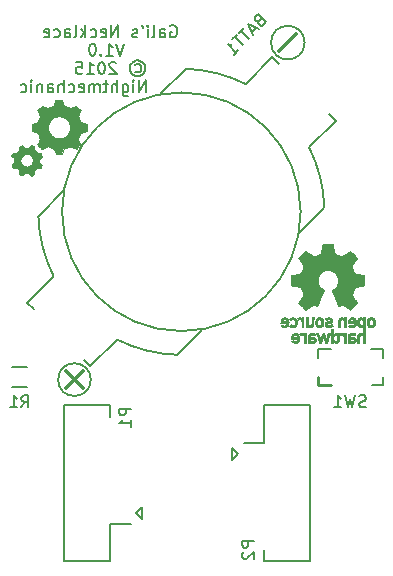
<source format=gbo>
G04 #@! TF.FileFunction,Legend,Bot*
%FSLAX46Y46*%
G04 Gerber Fmt 4.6, Leading zero omitted, Abs format (unit mm)*
G04 Created by KiCad (PCBNEW (2014-11-29 BZR 5307)-product) date 2/1/2015 9:55:14 PM*
%MOMM*%
G01*
G04 APERTURE LIST*
%ADD10C,0.150000*%
%ADD11C,0.350000*%
%ADD12C,0.250000*%
%ADD13C,0.002540*%
G04 APERTURE END LIST*
D10*
X111071429Y-87775000D02*
X111166667Y-87727381D01*
X111309524Y-87727381D01*
X111452382Y-87775000D01*
X111547620Y-87870238D01*
X111595239Y-87965476D01*
X111642858Y-88155952D01*
X111642858Y-88298810D01*
X111595239Y-88489286D01*
X111547620Y-88584524D01*
X111452382Y-88679762D01*
X111309524Y-88727381D01*
X111214286Y-88727381D01*
X111071429Y-88679762D01*
X111023810Y-88632143D01*
X111023810Y-88298810D01*
X111214286Y-88298810D01*
X110166667Y-88727381D02*
X110166667Y-88203571D01*
X110214286Y-88108333D01*
X110309524Y-88060714D01*
X110500001Y-88060714D01*
X110595239Y-88108333D01*
X110166667Y-88679762D02*
X110261905Y-88727381D01*
X110500001Y-88727381D01*
X110595239Y-88679762D01*
X110642858Y-88584524D01*
X110642858Y-88489286D01*
X110595239Y-88394048D01*
X110500001Y-88346429D01*
X110261905Y-88346429D01*
X110166667Y-88298810D01*
X109547620Y-88727381D02*
X109642858Y-88679762D01*
X109690477Y-88584524D01*
X109690477Y-87727381D01*
X109166667Y-88727381D02*
X109166667Y-88060714D01*
X109166667Y-87727381D02*
X109214286Y-87775000D01*
X109166667Y-87822619D01*
X109119048Y-87775000D01*
X109166667Y-87727381D01*
X109166667Y-87822619D01*
X108642858Y-87727381D02*
X108738096Y-87917857D01*
X108261906Y-88679762D02*
X108166668Y-88727381D01*
X107976192Y-88727381D01*
X107880953Y-88679762D01*
X107833334Y-88584524D01*
X107833334Y-88536905D01*
X107880953Y-88441667D01*
X107976192Y-88394048D01*
X108119049Y-88394048D01*
X108214287Y-88346429D01*
X108261906Y-88251190D01*
X108261906Y-88203571D01*
X108214287Y-88108333D01*
X108119049Y-88060714D01*
X107976192Y-88060714D01*
X107880953Y-88108333D01*
X106642858Y-88727381D02*
X106642858Y-87727381D01*
X106071429Y-88727381D01*
X106071429Y-87727381D01*
X105214286Y-88679762D02*
X105309524Y-88727381D01*
X105500001Y-88727381D01*
X105595239Y-88679762D01*
X105642858Y-88584524D01*
X105642858Y-88203571D01*
X105595239Y-88108333D01*
X105500001Y-88060714D01*
X105309524Y-88060714D01*
X105214286Y-88108333D01*
X105166667Y-88203571D01*
X105166667Y-88298810D01*
X105642858Y-88394048D01*
X104309524Y-88679762D02*
X104404762Y-88727381D01*
X104595239Y-88727381D01*
X104690477Y-88679762D01*
X104738096Y-88632143D01*
X104785715Y-88536905D01*
X104785715Y-88251190D01*
X104738096Y-88155952D01*
X104690477Y-88108333D01*
X104595239Y-88060714D01*
X104404762Y-88060714D01*
X104309524Y-88108333D01*
X103880953Y-88727381D02*
X103880953Y-87727381D01*
X103785715Y-88346429D02*
X103500000Y-88727381D01*
X103500000Y-88060714D02*
X103880953Y-88441667D01*
X102928572Y-88727381D02*
X103023810Y-88679762D01*
X103071429Y-88584524D01*
X103071429Y-87727381D01*
X102119047Y-88727381D02*
X102119047Y-88203571D01*
X102166666Y-88108333D01*
X102261904Y-88060714D01*
X102452381Y-88060714D01*
X102547619Y-88108333D01*
X102119047Y-88679762D02*
X102214285Y-88727381D01*
X102452381Y-88727381D01*
X102547619Y-88679762D01*
X102595238Y-88584524D01*
X102595238Y-88489286D01*
X102547619Y-88394048D01*
X102452381Y-88346429D01*
X102214285Y-88346429D01*
X102119047Y-88298810D01*
X101214285Y-88679762D02*
X101309523Y-88727381D01*
X101500000Y-88727381D01*
X101595238Y-88679762D01*
X101642857Y-88632143D01*
X101690476Y-88536905D01*
X101690476Y-88251190D01*
X101642857Y-88155952D01*
X101595238Y-88108333D01*
X101500000Y-88060714D01*
X101309523Y-88060714D01*
X101214285Y-88108333D01*
X100404761Y-88679762D02*
X100499999Y-88727381D01*
X100690476Y-88727381D01*
X100785714Y-88679762D01*
X100833333Y-88584524D01*
X100833333Y-88203571D01*
X100785714Y-88108333D01*
X100690476Y-88060714D01*
X100499999Y-88060714D01*
X100404761Y-88108333D01*
X100357142Y-88203571D01*
X100357142Y-88298810D01*
X100833333Y-88394048D01*
X107142857Y-89277381D02*
X106809524Y-90277381D01*
X106476190Y-89277381D01*
X105619047Y-90277381D02*
X106190476Y-90277381D01*
X105904762Y-90277381D02*
X105904762Y-89277381D01*
X106000000Y-89420238D01*
X106095238Y-89515476D01*
X106190476Y-89563095D01*
X105190476Y-90182143D02*
X105142857Y-90229762D01*
X105190476Y-90277381D01*
X105238095Y-90229762D01*
X105190476Y-90182143D01*
X105190476Y-90277381D01*
X104523810Y-89277381D02*
X104428571Y-89277381D01*
X104333333Y-89325000D01*
X104285714Y-89372619D01*
X104238095Y-89467857D01*
X104190476Y-89658333D01*
X104190476Y-89896429D01*
X104238095Y-90086905D01*
X104285714Y-90182143D01*
X104333333Y-90229762D01*
X104428571Y-90277381D01*
X104523810Y-90277381D01*
X104619048Y-90229762D01*
X104666667Y-90182143D01*
X104714286Y-90086905D01*
X104761905Y-89896429D01*
X104761905Y-89658333D01*
X104714286Y-89467857D01*
X104666667Y-89372619D01*
X104619048Y-89325000D01*
X104523810Y-89277381D01*
X108095238Y-91065476D02*
X108190476Y-91017857D01*
X108380952Y-91017857D01*
X108476190Y-91065476D01*
X108571428Y-91160714D01*
X108619047Y-91255952D01*
X108619047Y-91446429D01*
X108571428Y-91541667D01*
X108476190Y-91636905D01*
X108380952Y-91684524D01*
X108190476Y-91684524D01*
X108095238Y-91636905D01*
X108285714Y-90684524D02*
X108523809Y-90732143D01*
X108761905Y-90875000D01*
X108904762Y-91113095D01*
X108952381Y-91351190D01*
X108904762Y-91589286D01*
X108761905Y-91827381D01*
X108523809Y-91970238D01*
X108285714Y-92017857D01*
X108047619Y-91970238D01*
X107809524Y-91827381D01*
X107666667Y-91589286D01*
X107619047Y-91351190D01*
X107666667Y-91113095D01*
X107809524Y-90875000D01*
X108047619Y-90732143D01*
X108285714Y-90684524D01*
X106476190Y-90922619D02*
X106428571Y-90875000D01*
X106333333Y-90827381D01*
X106095237Y-90827381D01*
X105999999Y-90875000D01*
X105952380Y-90922619D01*
X105904761Y-91017857D01*
X105904761Y-91113095D01*
X105952380Y-91255952D01*
X106523809Y-91827381D01*
X105904761Y-91827381D01*
X105285714Y-90827381D02*
X105190475Y-90827381D01*
X105095237Y-90875000D01*
X105047618Y-90922619D01*
X104999999Y-91017857D01*
X104952380Y-91208333D01*
X104952380Y-91446429D01*
X104999999Y-91636905D01*
X105047618Y-91732143D01*
X105095237Y-91779762D01*
X105190475Y-91827381D01*
X105285714Y-91827381D01*
X105380952Y-91779762D01*
X105428571Y-91732143D01*
X105476190Y-91636905D01*
X105523809Y-91446429D01*
X105523809Y-91208333D01*
X105476190Y-91017857D01*
X105428571Y-90922619D01*
X105380952Y-90875000D01*
X105285714Y-90827381D01*
X103999999Y-91827381D02*
X104571428Y-91827381D01*
X104285714Y-91827381D02*
X104285714Y-90827381D01*
X104380952Y-90970238D01*
X104476190Y-91065476D01*
X104571428Y-91113095D01*
X103095237Y-90827381D02*
X103571428Y-90827381D01*
X103619047Y-91303571D01*
X103571428Y-91255952D01*
X103476190Y-91208333D01*
X103238094Y-91208333D01*
X103142856Y-91255952D01*
X103095237Y-91303571D01*
X103047618Y-91398810D01*
X103047618Y-91636905D01*
X103095237Y-91732143D01*
X103142856Y-91779762D01*
X103238094Y-91827381D01*
X103476190Y-91827381D01*
X103571428Y-91779762D01*
X103619047Y-91732143D01*
X108976190Y-93377381D02*
X108976190Y-92377381D01*
X108404761Y-93377381D01*
X108404761Y-92377381D01*
X107928571Y-93377381D02*
X107928571Y-92710714D01*
X107928571Y-92377381D02*
X107976190Y-92425000D01*
X107928571Y-92472619D01*
X107880952Y-92425000D01*
X107928571Y-92377381D01*
X107928571Y-92472619D01*
X107023809Y-92710714D02*
X107023809Y-93520238D01*
X107071428Y-93615476D01*
X107119047Y-93663095D01*
X107214286Y-93710714D01*
X107357143Y-93710714D01*
X107452381Y-93663095D01*
X107023809Y-93329762D02*
X107119047Y-93377381D01*
X107309524Y-93377381D01*
X107404762Y-93329762D01*
X107452381Y-93282143D01*
X107500000Y-93186905D01*
X107500000Y-92901190D01*
X107452381Y-92805952D01*
X107404762Y-92758333D01*
X107309524Y-92710714D01*
X107119047Y-92710714D01*
X107023809Y-92758333D01*
X106547619Y-93377381D02*
X106547619Y-92377381D01*
X106119047Y-93377381D02*
X106119047Y-92853571D01*
X106166666Y-92758333D01*
X106261904Y-92710714D01*
X106404762Y-92710714D01*
X106500000Y-92758333D01*
X106547619Y-92805952D01*
X105785714Y-92710714D02*
X105404762Y-92710714D01*
X105642857Y-92377381D02*
X105642857Y-93234524D01*
X105595238Y-93329762D01*
X105500000Y-93377381D01*
X105404762Y-93377381D01*
X105071428Y-93377381D02*
X105071428Y-92710714D01*
X105071428Y-92805952D02*
X105023809Y-92758333D01*
X104928571Y-92710714D01*
X104785713Y-92710714D01*
X104690475Y-92758333D01*
X104642856Y-92853571D01*
X104642856Y-93377381D01*
X104642856Y-92853571D02*
X104595237Y-92758333D01*
X104499999Y-92710714D01*
X104357142Y-92710714D01*
X104261904Y-92758333D01*
X104214285Y-92853571D01*
X104214285Y-93377381D01*
X103357142Y-93329762D02*
X103452380Y-93377381D01*
X103642857Y-93377381D01*
X103738095Y-93329762D01*
X103785714Y-93234524D01*
X103785714Y-92853571D01*
X103738095Y-92758333D01*
X103642857Y-92710714D01*
X103452380Y-92710714D01*
X103357142Y-92758333D01*
X103309523Y-92853571D01*
X103309523Y-92948810D01*
X103785714Y-93044048D01*
X102452380Y-93329762D02*
X102547618Y-93377381D01*
X102738095Y-93377381D01*
X102833333Y-93329762D01*
X102880952Y-93282143D01*
X102928571Y-93186905D01*
X102928571Y-92901190D01*
X102880952Y-92805952D01*
X102833333Y-92758333D01*
X102738095Y-92710714D01*
X102547618Y-92710714D01*
X102452380Y-92758333D01*
X102023809Y-93377381D02*
X102023809Y-92377381D01*
X101595237Y-93377381D02*
X101595237Y-92853571D01*
X101642856Y-92758333D01*
X101738094Y-92710714D01*
X101880952Y-92710714D01*
X101976190Y-92758333D01*
X102023809Y-92805952D01*
X100690475Y-93377381D02*
X100690475Y-92853571D01*
X100738094Y-92758333D01*
X100833332Y-92710714D01*
X101023809Y-92710714D01*
X101119047Y-92758333D01*
X100690475Y-93329762D02*
X100785713Y-93377381D01*
X101023809Y-93377381D01*
X101119047Y-93329762D01*
X101166666Y-93234524D01*
X101166666Y-93139286D01*
X101119047Y-93044048D01*
X101023809Y-92996429D01*
X100785713Y-92996429D01*
X100690475Y-92948810D01*
X100214285Y-92710714D02*
X100214285Y-93377381D01*
X100214285Y-92805952D02*
X100166666Y-92758333D01*
X100071428Y-92710714D01*
X99928570Y-92710714D01*
X99833332Y-92758333D01*
X99785713Y-92853571D01*
X99785713Y-93377381D01*
X99309523Y-93377381D02*
X99309523Y-92710714D01*
X99309523Y-92377381D02*
X99357142Y-92425000D01*
X99309523Y-92472619D01*
X99261904Y-92425000D01*
X99309523Y-92377381D01*
X99309523Y-92472619D01*
X98404761Y-93329762D02*
X98499999Y-93377381D01*
X98690476Y-93377381D01*
X98785714Y-93329762D01*
X98833333Y-93282143D01*
X98880952Y-93186905D01*
X98880952Y-92901190D01*
X98833333Y-92805952D01*
X98785714Y-92758333D01*
X98690476Y-92710714D01*
X98499999Y-92710714D01*
X98404761Y-92758333D01*
X117300000Y-123100000D02*
X119000000Y-123100000D01*
X119000000Y-123100000D02*
X119000000Y-119900000D01*
X119000000Y-119900000D02*
X122900000Y-119900000D01*
X122900000Y-119900000D02*
X122900000Y-133100000D01*
X122900000Y-133100000D02*
X119000000Y-133100000D01*
X119000000Y-133100000D02*
X119000000Y-132100000D01*
X116800000Y-124000000D02*
X116300000Y-123500000D01*
X116300000Y-123500000D02*
X116300000Y-124500000D01*
X116300000Y-124500000D02*
X116800000Y-124000000D01*
X122436879Y-89181088D02*
G75*
G03X122436879Y-89181088I-1421268J0D01*
G01*
D11*
X120308505Y-89888194D02*
X121722718Y-88473981D01*
D10*
X104331964Y-117712846D02*
G75*
G03X104331964Y-117712846I-1382931J0D01*
G01*
D11*
X103656140Y-118419953D02*
X102241926Y-117005740D01*
X102241926Y-118419953D02*
X103656140Y-117005740D01*
D10*
X112353553Y-91408474D02*
X110232233Y-93529794D01*
X124091526Y-103146447D02*
X121934850Y-105303122D01*
X117444722Y-92681266D02*
X119707464Y-90418525D01*
X119707464Y-90418525D02*
X120273149Y-90984210D01*
X122818734Y-98055278D02*
X125081475Y-95792536D01*
X125081475Y-95792536D02*
X124515790Y-95226851D01*
X112362399Y-91393858D02*
G75*
G02X117444722Y-92681266I-362399J-12106142D01*
G01*
X124106142Y-103137601D02*
G75*
G03X122818734Y-98055278I-12106142J-362399D01*
G01*
X99908474Y-103853553D02*
X102065150Y-101696878D01*
X101181266Y-108944722D02*
X98918525Y-111207464D01*
X98918525Y-111207464D02*
X99484210Y-111773149D01*
X99893858Y-103862399D02*
G75*
G03X101181266Y-108944722I12106142J362399D01*
G01*
X111646447Y-115591526D02*
X113767767Y-113470206D01*
X106555278Y-114318734D02*
X104292536Y-116581475D01*
X104292536Y-116581475D02*
X103726851Y-116015790D01*
X111637601Y-115606142D02*
G75*
G02X106555278Y-114318734I362399J12106142D01*
G01*
X122100495Y-103500000D02*
G75*
G03X122100495Y-103500000I-10100495J0D01*
G01*
X98900000Y-116625000D02*
X97700000Y-116625000D01*
X97700000Y-118375000D02*
X98900000Y-118375000D01*
X129050000Y-117450000D02*
X129050000Y-118200000D01*
X129050000Y-118200000D02*
X128150000Y-118200000D01*
X128100000Y-115100000D02*
X129050000Y-115100000D01*
X129050000Y-115100000D02*
X129050000Y-115850000D01*
X123550000Y-115850000D02*
X123550000Y-115100000D01*
X123550000Y-115100000D02*
X124650000Y-115100000D01*
D12*
X124700000Y-118200000D02*
X123550000Y-118200000D01*
X123550000Y-118200000D02*
X123550000Y-117450000D01*
D10*
X107700000Y-129900000D02*
X106000000Y-129900000D01*
X106000000Y-129900000D02*
X106000000Y-133100000D01*
X106000000Y-133100000D02*
X102100000Y-133100000D01*
X102100000Y-133100000D02*
X102100000Y-119900000D01*
X102100000Y-119900000D02*
X106000000Y-119900000D01*
X106000000Y-119900000D02*
X106000000Y-120900000D01*
X108200000Y-129000000D02*
X108700000Y-129500000D01*
X108700000Y-129500000D02*
X108700000Y-128500000D01*
X108700000Y-128500000D02*
X108200000Y-129000000D01*
D13*
G36*
X101920140Y-98637640D02*
X102014120Y-98388720D01*
X102105560Y-98137260D01*
X102191920Y-98114400D01*
X102230020Y-98101700D01*
X102270660Y-98089000D01*
X102321460Y-98071220D01*
X102387500Y-98045820D01*
X102471320Y-98010260D01*
X102552600Y-97977240D01*
X102570380Y-97972160D01*
X102593240Y-97972160D01*
X102623720Y-97979780D01*
X102664360Y-97995020D01*
X102725320Y-98022960D01*
X102809140Y-98061060D01*
X102834540Y-98071220D01*
X102913280Y-98109320D01*
X102984400Y-98142340D01*
X103040280Y-98165200D01*
X103078380Y-98180440D01*
X103088540Y-98185520D01*
X103103780Y-98172820D01*
X103139340Y-98144880D01*
X103185060Y-98099160D01*
X103243480Y-98043280D01*
X103294280Y-97992480D01*
X103484780Y-97801980D01*
X103367940Y-97553060D01*
X103251100Y-97306680D01*
X103261260Y-97286360D01*
X101633120Y-97286360D01*
X101493420Y-97271120D01*
X101330860Y-97230480D01*
X101183540Y-97164440D01*
X101056540Y-97075540D01*
X100944780Y-96971400D01*
X100855880Y-96852020D01*
X100787300Y-96722480D01*
X100739040Y-96582780D01*
X100713640Y-96435460D01*
X100713640Y-96288140D01*
X100736500Y-96138280D01*
X100784760Y-95993500D01*
X100860960Y-95853800D01*
X100962560Y-95724260D01*
X100985420Y-95698860D01*
X101114960Y-95589640D01*
X101254660Y-95508360D01*
X101401980Y-95455020D01*
X101554380Y-95427080D01*
X101706780Y-95424540D01*
X101856640Y-95447400D01*
X102001420Y-95495660D01*
X102138580Y-95566780D01*
X102260500Y-95660760D01*
X102369720Y-95777600D01*
X102461160Y-95917300D01*
X102484020Y-95960480D01*
X102542440Y-96117960D01*
X102570380Y-96280520D01*
X102565300Y-96445620D01*
X102532280Y-96615800D01*
X102524660Y-96638660D01*
X102463700Y-96785980D01*
X102374800Y-96923140D01*
X102263040Y-97042520D01*
X102133500Y-97141580D01*
X101991260Y-97215240D01*
X101948080Y-97233020D01*
X101788060Y-97273660D01*
X101633120Y-97286360D01*
X103261260Y-97286360D01*
X103319680Y-97161900D01*
X103355240Y-97088240D01*
X103390800Y-97009500D01*
X103416200Y-96940920D01*
X103423820Y-96918060D01*
X103459380Y-96816460D01*
X103723540Y-96725020D01*
X103987700Y-96633580D01*
X103987700Y-96354180D01*
X103987700Y-96247500D01*
X103985160Y-96166220D01*
X103982620Y-96112880D01*
X103975000Y-96079860D01*
X103969920Y-96067160D01*
X103967380Y-96067160D01*
X103947060Y-96059540D01*
X103901340Y-96044300D01*
X103837840Y-96021440D01*
X103761640Y-95996040D01*
X103705760Y-95975720D01*
X103464460Y-95891900D01*
X103436520Y-95815700D01*
X103418740Y-95769980D01*
X103390800Y-95706480D01*
X103357780Y-95632820D01*
X103327300Y-95571860D01*
X103248560Y-95401680D01*
X103329840Y-95226420D01*
X103365400Y-95150220D01*
X103398420Y-95076560D01*
X103428900Y-95015600D01*
X103446680Y-94977500D01*
X103479700Y-94901300D01*
X103281580Y-94705720D01*
X103086000Y-94510140D01*
X102842160Y-94626980D01*
X102595780Y-94743820D01*
X102451000Y-94670160D01*
X102377340Y-94634600D01*
X102298600Y-94601580D01*
X102230020Y-94573640D01*
X102207160Y-94563480D01*
X102105560Y-94530460D01*
X102011580Y-94263760D01*
X101920140Y-93997060D01*
X101638200Y-93999600D01*
X101358800Y-94004680D01*
X101335940Y-94068180D01*
X101292760Y-94197720D01*
X101257200Y-94301860D01*
X101226720Y-94383140D01*
X101203860Y-94444100D01*
X101186080Y-94487280D01*
X101170840Y-94515220D01*
X101155600Y-94533000D01*
X101142900Y-94543160D01*
X101125120Y-94548240D01*
X101120040Y-94550780D01*
X101087020Y-94560940D01*
X101033680Y-94583800D01*
X100967640Y-94611740D01*
X100891440Y-94649840D01*
X100881280Y-94654920D01*
X100690780Y-94748900D01*
X100444400Y-94632060D01*
X100198020Y-94515220D01*
X99999900Y-94710800D01*
X99804320Y-94906380D01*
X99918620Y-95150220D01*
X99956720Y-95228960D01*
X99989740Y-95300080D01*
X100015140Y-95355960D01*
X100030380Y-95394060D01*
X100035460Y-95406760D01*
X100027840Y-95427080D01*
X100010060Y-95467720D01*
X99987200Y-95521060D01*
X99979580Y-95533760D01*
X99946560Y-95607420D01*
X99916080Y-95693780D01*
X99890680Y-95764900D01*
X99855120Y-95886820D01*
X99674780Y-95952860D01*
X99596040Y-95980800D01*
X99522380Y-96008740D01*
X99461420Y-96031600D01*
X99425860Y-96044300D01*
X99354740Y-96072240D01*
X99349660Y-96351640D01*
X99347120Y-96633580D01*
X99466500Y-96676760D01*
X99545240Y-96704700D01*
X99631600Y-96737720D01*
X99712880Y-96765660D01*
X99717960Y-96768200D01*
X99850040Y-96816460D01*
X99893220Y-96951080D01*
X99918620Y-97029820D01*
X99951640Y-97113640D01*
X99982120Y-97184760D01*
X99984660Y-97194920D01*
X100035460Y-97304140D01*
X99918620Y-97553060D01*
X99799240Y-97799440D01*
X99989740Y-97992480D01*
X100053240Y-98055980D01*
X100109120Y-98109320D01*
X100154840Y-98149960D01*
X100185320Y-98177900D01*
X100195480Y-98185520D01*
X100213260Y-98177900D01*
X100253900Y-98160120D01*
X100312320Y-98132180D01*
X100385980Y-98099160D01*
X100452020Y-98066140D01*
X100693320Y-97949300D01*
X100797460Y-98000100D01*
X100863500Y-98028040D01*
X100942240Y-98061060D01*
X101023520Y-98091540D01*
X101041300Y-98096620D01*
X101178460Y-98144880D01*
X101267360Y-98386180D01*
X101358800Y-98630020D01*
X101640740Y-98635100D01*
X101920140Y-98637640D01*
X101920140Y-98637640D01*
X101920140Y-98637640D01*
G37*
X101920140Y-98637640D02*
X102014120Y-98388720D01*
X102105560Y-98137260D01*
X102191920Y-98114400D01*
X102230020Y-98101700D01*
X102270660Y-98089000D01*
X102321460Y-98071220D01*
X102387500Y-98045820D01*
X102471320Y-98010260D01*
X102552600Y-97977240D01*
X102570380Y-97972160D01*
X102593240Y-97972160D01*
X102623720Y-97979780D01*
X102664360Y-97995020D01*
X102725320Y-98022960D01*
X102809140Y-98061060D01*
X102834540Y-98071220D01*
X102913280Y-98109320D01*
X102984400Y-98142340D01*
X103040280Y-98165200D01*
X103078380Y-98180440D01*
X103088540Y-98185520D01*
X103103780Y-98172820D01*
X103139340Y-98144880D01*
X103185060Y-98099160D01*
X103243480Y-98043280D01*
X103294280Y-97992480D01*
X103484780Y-97801980D01*
X103367940Y-97553060D01*
X103251100Y-97306680D01*
X103261260Y-97286360D01*
X101633120Y-97286360D01*
X101493420Y-97271120D01*
X101330860Y-97230480D01*
X101183540Y-97164440D01*
X101056540Y-97075540D01*
X100944780Y-96971400D01*
X100855880Y-96852020D01*
X100787300Y-96722480D01*
X100739040Y-96582780D01*
X100713640Y-96435460D01*
X100713640Y-96288140D01*
X100736500Y-96138280D01*
X100784760Y-95993500D01*
X100860960Y-95853800D01*
X100962560Y-95724260D01*
X100985420Y-95698860D01*
X101114960Y-95589640D01*
X101254660Y-95508360D01*
X101401980Y-95455020D01*
X101554380Y-95427080D01*
X101706780Y-95424540D01*
X101856640Y-95447400D01*
X102001420Y-95495660D01*
X102138580Y-95566780D01*
X102260500Y-95660760D01*
X102369720Y-95777600D01*
X102461160Y-95917300D01*
X102484020Y-95960480D01*
X102542440Y-96117960D01*
X102570380Y-96280520D01*
X102565300Y-96445620D01*
X102532280Y-96615800D01*
X102524660Y-96638660D01*
X102463700Y-96785980D01*
X102374800Y-96923140D01*
X102263040Y-97042520D01*
X102133500Y-97141580D01*
X101991260Y-97215240D01*
X101948080Y-97233020D01*
X101788060Y-97273660D01*
X101633120Y-97286360D01*
X103261260Y-97286360D01*
X103319680Y-97161900D01*
X103355240Y-97088240D01*
X103390800Y-97009500D01*
X103416200Y-96940920D01*
X103423820Y-96918060D01*
X103459380Y-96816460D01*
X103723540Y-96725020D01*
X103987700Y-96633580D01*
X103987700Y-96354180D01*
X103987700Y-96247500D01*
X103985160Y-96166220D01*
X103982620Y-96112880D01*
X103975000Y-96079860D01*
X103969920Y-96067160D01*
X103967380Y-96067160D01*
X103947060Y-96059540D01*
X103901340Y-96044300D01*
X103837840Y-96021440D01*
X103761640Y-95996040D01*
X103705760Y-95975720D01*
X103464460Y-95891900D01*
X103436520Y-95815700D01*
X103418740Y-95769980D01*
X103390800Y-95706480D01*
X103357780Y-95632820D01*
X103327300Y-95571860D01*
X103248560Y-95401680D01*
X103329840Y-95226420D01*
X103365400Y-95150220D01*
X103398420Y-95076560D01*
X103428900Y-95015600D01*
X103446680Y-94977500D01*
X103479700Y-94901300D01*
X103281580Y-94705720D01*
X103086000Y-94510140D01*
X102842160Y-94626980D01*
X102595780Y-94743820D01*
X102451000Y-94670160D01*
X102377340Y-94634600D01*
X102298600Y-94601580D01*
X102230020Y-94573640D01*
X102207160Y-94563480D01*
X102105560Y-94530460D01*
X102011580Y-94263760D01*
X101920140Y-93997060D01*
X101638200Y-93999600D01*
X101358800Y-94004680D01*
X101335940Y-94068180D01*
X101292760Y-94197720D01*
X101257200Y-94301860D01*
X101226720Y-94383140D01*
X101203860Y-94444100D01*
X101186080Y-94487280D01*
X101170840Y-94515220D01*
X101155600Y-94533000D01*
X101142900Y-94543160D01*
X101125120Y-94548240D01*
X101120040Y-94550780D01*
X101087020Y-94560940D01*
X101033680Y-94583800D01*
X100967640Y-94611740D01*
X100891440Y-94649840D01*
X100881280Y-94654920D01*
X100690780Y-94748900D01*
X100444400Y-94632060D01*
X100198020Y-94515220D01*
X99999900Y-94710800D01*
X99804320Y-94906380D01*
X99918620Y-95150220D01*
X99956720Y-95228960D01*
X99989740Y-95300080D01*
X100015140Y-95355960D01*
X100030380Y-95394060D01*
X100035460Y-95406760D01*
X100027840Y-95427080D01*
X100010060Y-95467720D01*
X99987200Y-95521060D01*
X99979580Y-95533760D01*
X99946560Y-95607420D01*
X99916080Y-95693780D01*
X99890680Y-95764900D01*
X99855120Y-95886820D01*
X99674780Y-95952860D01*
X99596040Y-95980800D01*
X99522380Y-96008740D01*
X99461420Y-96031600D01*
X99425860Y-96044300D01*
X99354740Y-96072240D01*
X99349660Y-96351640D01*
X99347120Y-96633580D01*
X99466500Y-96676760D01*
X99545240Y-96704700D01*
X99631600Y-96737720D01*
X99712880Y-96765660D01*
X99717960Y-96768200D01*
X99850040Y-96816460D01*
X99893220Y-96951080D01*
X99918620Y-97029820D01*
X99951640Y-97113640D01*
X99982120Y-97184760D01*
X99984660Y-97194920D01*
X100035460Y-97304140D01*
X99918620Y-97553060D01*
X99799240Y-97799440D01*
X99989740Y-97992480D01*
X100053240Y-98055980D01*
X100109120Y-98109320D01*
X100154840Y-98149960D01*
X100185320Y-98177900D01*
X100195480Y-98185520D01*
X100213260Y-98177900D01*
X100253900Y-98160120D01*
X100312320Y-98132180D01*
X100385980Y-98099160D01*
X100452020Y-98066140D01*
X100693320Y-97949300D01*
X100797460Y-98000100D01*
X100863500Y-98028040D01*
X100942240Y-98061060D01*
X101023520Y-98091540D01*
X101041300Y-98096620D01*
X101178460Y-98144880D01*
X101267360Y-98386180D01*
X101358800Y-98630020D01*
X101640740Y-98635100D01*
X101920140Y-98637640D01*
X101920140Y-98637640D01*
G36*
X99268380Y-100430880D02*
X99410620Y-100372460D01*
X99552860Y-100314040D01*
X99550320Y-100156560D01*
X99547780Y-99999080D01*
X99654460Y-99894940D01*
X99761140Y-99788260D01*
X99893220Y-99793340D01*
X99956720Y-99793340D01*
X100010060Y-99798420D01*
X100045620Y-99800960D01*
X100050700Y-99800960D01*
X100063400Y-99798420D01*
X100076100Y-99780640D01*
X100096420Y-99745080D01*
X100121820Y-99689200D01*
X100129440Y-99673960D01*
X98922940Y-99673960D01*
X98808640Y-99663800D01*
X98696880Y-99630780D01*
X98595280Y-99569820D01*
X98519080Y-99501240D01*
X98445420Y-99407260D01*
X98402240Y-99308200D01*
X98381920Y-99198980D01*
X98381920Y-99115160D01*
X98397160Y-99003400D01*
X98430180Y-98906880D01*
X98488600Y-98823060D01*
X98557180Y-98749400D01*
X98658780Y-98675740D01*
X98762920Y-98630020D01*
X98869600Y-98612240D01*
X98973740Y-98614780D01*
X99075340Y-98640180D01*
X99171860Y-98685900D01*
X99255680Y-98749400D01*
X99329340Y-98825600D01*
X99385220Y-98914500D01*
X99423320Y-99013560D01*
X99438560Y-99122780D01*
X99428400Y-99234540D01*
X99392840Y-99353920D01*
X99387760Y-99366620D01*
X99321720Y-99473300D01*
X99240440Y-99557120D01*
X99141380Y-99620620D01*
X99034700Y-99658720D01*
X98922940Y-99673960D01*
X100129440Y-99673960D01*
X100154840Y-99607920D01*
X100185320Y-99534260D01*
X100177700Y-99516480D01*
X100149760Y-99486000D01*
X100106580Y-99445360D01*
X100076100Y-99419960D01*
X99959260Y-99323440D01*
X99961800Y-99183740D01*
X99964340Y-99044040D01*
X100076100Y-98929740D01*
X100124360Y-98881480D01*
X100162460Y-98840840D01*
X100185320Y-98810360D01*
X100187860Y-98800200D01*
X100182780Y-98779880D01*
X100167540Y-98739240D01*
X100147220Y-98680820D01*
X100131980Y-98640180D01*
X100076100Y-98495400D01*
X99921160Y-98497940D01*
X99766220Y-98503020D01*
X99657000Y-98393800D01*
X99547780Y-98287120D01*
X99552860Y-98129640D01*
X99557940Y-97972160D01*
X99413160Y-97911200D01*
X99265840Y-97852780D01*
X99184560Y-97941680D01*
X99143920Y-97989940D01*
X99108360Y-98033120D01*
X99085500Y-98058520D01*
X99085500Y-98061060D01*
X99070260Y-98076300D01*
X99047400Y-98083920D01*
X99009300Y-98089000D01*
X98948340Y-98091540D01*
X98912780Y-98091540D01*
X98760380Y-98091540D01*
X98651160Y-97974700D01*
X98541940Y-97855320D01*
X98402240Y-97916280D01*
X98260000Y-97974700D01*
X98265080Y-98127100D01*
X98270160Y-98279500D01*
X98158400Y-98391260D01*
X98046640Y-98503020D01*
X97889160Y-98503020D01*
X97731680Y-98505560D01*
X97675800Y-98642720D01*
X97619920Y-98782420D01*
X97734220Y-98886560D01*
X97845980Y-98988160D01*
X97848520Y-99143100D01*
X97851060Y-99295500D01*
X97739300Y-99392020D01*
X97693580Y-99437740D01*
X97655480Y-99475840D01*
X97632620Y-99503780D01*
X97630080Y-99511400D01*
X97635160Y-99536800D01*
X97650400Y-99582520D01*
X97673260Y-99638400D01*
X97683420Y-99661260D01*
X97736760Y-99785720D01*
X97891700Y-99783180D01*
X98046640Y-99780640D01*
X98158400Y-99892400D01*
X98272700Y-100004160D01*
X98262540Y-100154020D01*
X98252380Y-100306420D01*
X98387000Y-100362300D01*
X98447960Y-100387700D01*
X98498760Y-100405480D01*
X98531780Y-100418180D01*
X98539400Y-100418180D01*
X98557180Y-100408020D01*
X98590200Y-100377540D01*
X98630840Y-100334360D01*
X98656240Y-100308960D01*
X98755300Y-100199740D01*
X98907700Y-100199740D01*
X99057560Y-100199740D01*
X99164240Y-100316580D01*
X99268380Y-100430880D01*
X99268380Y-100430880D01*
X99268380Y-100430880D01*
G37*
X99268380Y-100430880D02*
X99410620Y-100372460D01*
X99552860Y-100314040D01*
X99550320Y-100156560D01*
X99547780Y-99999080D01*
X99654460Y-99894940D01*
X99761140Y-99788260D01*
X99893220Y-99793340D01*
X99956720Y-99793340D01*
X100010060Y-99798420D01*
X100045620Y-99800960D01*
X100050700Y-99800960D01*
X100063400Y-99798420D01*
X100076100Y-99780640D01*
X100096420Y-99745080D01*
X100121820Y-99689200D01*
X100129440Y-99673960D01*
X98922940Y-99673960D01*
X98808640Y-99663800D01*
X98696880Y-99630780D01*
X98595280Y-99569820D01*
X98519080Y-99501240D01*
X98445420Y-99407260D01*
X98402240Y-99308200D01*
X98381920Y-99198980D01*
X98381920Y-99115160D01*
X98397160Y-99003400D01*
X98430180Y-98906880D01*
X98488600Y-98823060D01*
X98557180Y-98749400D01*
X98658780Y-98675740D01*
X98762920Y-98630020D01*
X98869600Y-98612240D01*
X98973740Y-98614780D01*
X99075340Y-98640180D01*
X99171860Y-98685900D01*
X99255680Y-98749400D01*
X99329340Y-98825600D01*
X99385220Y-98914500D01*
X99423320Y-99013560D01*
X99438560Y-99122780D01*
X99428400Y-99234540D01*
X99392840Y-99353920D01*
X99387760Y-99366620D01*
X99321720Y-99473300D01*
X99240440Y-99557120D01*
X99141380Y-99620620D01*
X99034700Y-99658720D01*
X98922940Y-99673960D01*
X100129440Y-99673960D01*
X100154840Y-99607920D01*
X100185320Y-99534260D01*
X100177700Y-99516480D01*
X100149760Y-99486000D01*
X100106580Y-99445360D01*
X100076100Y-99419960D01*
X99959260Y-99323440D01*
X99961800Y-99183740D01*
X99964340Y-99044040D01*
X100076100Y-98929740D01*
X100124360Y-98881480D01*
X100162460Y-98840840D01*
X100185320Y-98810360D01*
X100187860Y-98800200D01*
X100182780Y-98779880D01*
X100167540Y-98739240D01*
X100147220Y-98680820D01*
X100131980Y-98640180D01*
X100076100Y-98495400D01*
X99921160Y-98497940D01*
X99766220Y-98503020D01*
X99657000Y-98393800D01*
X99547780Y-98287120D01*
X99552860Y-98129640D01*
X99557940Y-97972160D01*
X99413160Y-97911200D01*
X99265840Y-97852780D01*
X99184560Y-97941680D01*
X99143920Y-97989940D01*
X99108360Y-98033120D01*
X99085500Y-98058520D01*
X99085500Y-98061060D01*
X99070260Y-98076300D01*
X99047400Y-98083920D01*
X99009300Y-98089000D01*
X98948340Y-98091540D01*
X98912780Y-98091540D01*
X98760380Y-98091540D01*
X98651160Y-97974700D01*
X98541940Y-97855320D01*
X98402240Y-97916280D01*
X98260000Y-97974700D01*
X98265080Y-98127100D01*
X98270160Y-98279500D01*
X98158400Y-98391260D01*
X98046640Y-98503020D01*
X97889160Y-98503020D01*
X97731680Y-98505560D01*
X97675800Y-98642720D01*
X97619920Y-98782420D01*
X97734220Y-98886560D01*
X97845980Y-98988160D01*
X97848520Y-99143100D01*
X97851060Y-99295500D01*
X97739300Y-99392020D01*
X97693580Y-99437740D01*
X97655480Y-99475840D01*
X97632620Y-99503780D01*
X97630080Y-99511400D01*
X97635160Y-99536800D01*
X97650400Y-99582520D01*
X97673260Y-99638400D01*
X97683420Y-99661260D01*
X97736760Y-99785720D01*
X97891700Y-99783180D01*
X98046640Y-99780640D01*
X98158400Y-99892400D01*
X98272700Y-100004160D01*
X98262540Y-100154020D01*
X98252380Y-100306420D01*
X98387000Y-100362300D01*
X98447960Y-100387700D01*
X98498760Y-100405480D01*
X98531780Y-100418180D01*
X98539400Y-100418180D01*
X98557180Y-100408020D01*
X98590200Y-100377540D01*
X98630840Y-100334360D01*
X98656240Y-100308960D01*
X98755300Y-100199740D01*
X98907700Y-100199740D01*
X99057560Y-100199740D01*
X99164240Y-100316580D01*
X99268380Y-100430880D01*
X99268380Y-100430880D01*
G36*
X126114500Y-114593540D02*
X126193240Y-114593540D01*
X126271980Y-114593540D01*
X126271980Y-114557980D01*
X126271980Y-114291280D01*
X126271980Y-114237940D01*
X126388820Y-114237940D01*
X126462480Y-114240480D01*
X126515820Y-114245560D01*
X126553920Y-114253180D01*
X126581860Y-114265880D01*
X126602180Y-114286200D01*
X126609800Y-114301440D01*
X126622500Y-114329380D01*
X126622500Y-114349700D01*
X126614880Y-114375100D01*
X126614880Y-114377640D01*
X126586940Y-114415740D01*
X126564080Y-114430980D01*
X126531060Y-114438600D01*
X126487880Y-114443680D01*
X126439620Y-114446220D01*
X126391360Y-114443680D01*
X126353260Y-114441140D01*
X126332940Y-114433520D01*
X126305000Y-114408120D01*
X126284680Y-114367480D01*
X126271980Y-114316680D01*
X126271980Y-114291280D01*
X126271980Y-114557980D01*
X126271980Y-114532580D01*
X126274520Y-114519880D01*
X126274520Y-114519880D01*
X126284680Y-114527500D01*
X126302460Y-114542740D01*
X126312620Y-114550360D01*
X126343100Y-114573220D01*
X126383740Y-114588460D01*
X126411680Y-114593540D01*
X126449780Y-114598620D01*
X126477720Y-114603700D01*
X126503120Y-114601160D01*
X126533600Y-114598620D01*
X126556460Y-114593540D01*
X126625040Y-114573220D01*
X126686000Y-114540200D01*
X126721560Y-114504640D01*
X126754580Y-114448760D01*
X126772360Y-114385260D01*
X126772360Y-114319220D01*
X126757120Y-114258260D01*
X126726640Y-114202380D01*
X126680920Y-114156660D01*
X126663140Y-114146500D01*
X126642820Y-114133800D01*
X126625040Y-114126180D01*
X126602180Y-114121100D01*
X126574240Y-114116020D01*
X126536140Y-114113480D01*
X126480260Y-114110940D01*
X126444700Y-114110940D01*
X126277060Y-114105860D01*
X126271980Y-114055060D01*
X126274520Y-114001720D01*
X126287220Y-113963620D01*
X126315160Y-113935680D01*
X126355800Y-113920440D01*
X126414220Y-113912820D01*
X126447240Y-113910280D01*
X126492960Y-113912820D01*
X126523440Y-113915360D01*
X126548840Y-113925520D01*
X126569160Y-113938220D01*
X126589480Y-113950920D01*
X126607260Y-113956000D01*
X126622500Y-113953460D01*
X126645360Y-113940760D01*
X126675840Y-113915360D01*
X126686000Y-113907740D01*
X126736800Y-113869640D01*
X126701240Y-113836620D01*
X126665680Y-113806140D01*
X126630120Y-113785820D01*
X126584400Y-113773120D01*
X126546300Y-113762960D01*
X126467560Y-113755340D01*
X126388820Y-113757880D01*
X126315160Y-113770580D01*
X126249120Y-113793440D01*
X126195780Y-113826460D01*
X126172920Y-113849320D01*
X126157680Y-113869640D01*
X126144980Y-113887420D01*
X126134820Y-113910280D01*
X126127200Y-113935680D01*
X126122120Y-113971240D01*
X126117040Y-114014420D01*
X126114500Y-114070300D01*
X126114500Y-114141420D01*
X126114500Y-114230320D01*
X126114500Y-114283660D01*
X126114500Y-114593540D01*
X126114500Y-114593540D01*
X126114500Y-114593540D01*
G37*
X126114500Y-114593540D02*
X126193240Y-114593540D01*
X126271980Y-114593540D01*
X126271980Y-114557980D01*
X126271980Y-114291280D01*
X126271980Y-114237940D01*
X126388820Y-114237940D01*
X126462480Y-114240480D01*
X126515820Y-114245560D01*
X126553920Y-114253180D01*
X126581860Y-114265880D01*
X126602180Y-114286200D01*
X126609800Y-114301440D01*
X126622500Y-114329380D01*
X126622500Y-114349700D01*
X126614880Y-114375100D01*
X126614880Y-114377640D01*
X126586940Y-114415740D01*
X126564080Y-114430980D01*
X126531060Y-114438600D01*
X126487880Y-114443680D01*
X126439620Y-114446220D01*
X126391360Y-114443680D01*
X126353260Y-114441140D01*
X126332940Y-114433520D01*
X126305000Y-114408120D01*
X126284680Y-114367480D01*
X126271980Y-114316680D01*
X126271980Y-114291280D01*
X126271980Y-114557980D01*
X126271980Y-114532580D01*
X126274520Y-114519880D01*
X126274520Y-114519880D01*
X126284680Y-114527500D01*
X126302460Y-114542740D01*
X126312620Y-114550360D01*
X126343100Y-114573220D01*
X126383740Y-114588460D01*
X126411680Y-114593540D01*
X126449780Y-114598620D01*
X126477720Y-114603700D01*
X126503120Y-114601160D01*
X126533600Y-114598620D01*
X126556460Y-114593540D01*
X126625040Y-114573220D01*
X126686000Y-114540200D01*
X126721560Y-114504640D01*
X126754580Y-114448760D01*
X126772360Y-114385260D01*
X126772360Y-114319220D01*
X126757120Y-114258260D01*
X126726640Y-114202380D01*
X126680920Y-114156660D01*
X126663140Y-114146500D01*
X126642820Y-114133800D01*
X126625040Y-114126180D01*
X126602180Y-114121100D01*
X126574240Y-114116020D01*
X126536140Y-114113480D01*
X126480260Y-114110940D01*
X126444700Y-114110940D01*
X126277060Y-114105860D01*
X126271980Y-114055060D01*
X126274520Y-114001720D01*
X126287220Y-113963620D01*
X126315160Y-113935680D01*
X126355800Y-113920440D01*
X126414220Y-113912820D01*
X126447240Y-113910280D01*
X126492960Y-113912820D01*
X126523440Y-113915360D01*
X126548840Y-113925520D01*
X126569160Y-113938220D01*
X126589480Y-113950920D01*
X126607260Y-113956000D01*
X126622500Y-113953460D01*
X126645360Y-113940760D01*
X126675840Y-113915360D01*
X126686000Y-113907740D01*
X126736800Y-113869640D01*
X126701240Y-113836620D01*
X126665680Y-113806140D01*
X126630120Y-113785820D01*
X126584400Y-113773120D01*
X126546300Y-113762960D01*
X126467560Y-113755340D01*
X126388820Y-113757880D01*
X126315160Y-113770580D01*
X126249120Y-113793440D01*
X126195780Y-113826460D01*
X126172920Y-113849320D01*
X126157680Y-113869640D01*
X126144980Y-113887420D01*
X126134820Y-113910280D01*
X126127200Y-113935680D01*
X126122120Y-113971240D01*
X126117040Y-114014420D01*
X126114500Y-114070300D01*
X126114500Y-114141420D01*
X126114500Y-114230320D01*
X126114500Y-114283660D01*
X126114500Y-114593540D01*
X126114500Y-114593540D01*
G36*
X124694640Y-114593540D02*
X124773380Y-114593540D01*
X124852120Y-114593540D01*
X124852120Y-114552900D01*
X124854660Y-114522420D01*
X124862280Y-114512260D01*
X124862280Y-114184600D01*
X124862280Y-114113480D01*
X124867360Y-114060140D01*
X124877520Y-114019500D01*
X124890220Y-113986480D01*
X124913080Y-113961080D01*
X124920700Y-113953460D01*
X124963880Y-113930600D01*
X125014680Y-113917900D01*
X125068020Y-113922980D01*
X125118820Y-113940760D01*
X125146760Y-113963620D01*
X125167080Y-113994100D01*
X125179780Y-114037280D01*
X125187400Y-114095700D01*
X125189940Y-114169360D01*
X125189940Y-114176980D01*
X125187400Y-114230320D01*
X125184860Y-114278580D01*
X125182320Y-114316680D01*
X125177240Y-114337000D01*
X125156920Y-114375100D01*
X125126440Y-114408120D01*
X125098500Y-114425900D01*
X125060400Y-114436060D01*
X125012140Y-114436060D01*
X124966420Y-114425900D01*
X124938480Y-114415740D01*
X124908000Y-114390340D01*
X124885140Y-114354780D01*
X124869900Y-114309060D01*
X124862280Y-114245560D01*
X124862280Y-114184600D01*
X124862280Y-114512260D01*
X124862280Y-114512260D01*
X124877520Y-114519880D01*
X124887680Y-114530040D01*
X124923240Y-114557980D01*
X124974040Y-114578300D01*
X125032460Y-114593540D01*
X125090880Y-114598620D01*
X125134060Y-114593540D01*
X125200100Y-114570680D01*
X125258520Y-114532580D01*
X125304240Y-114479240D01*
X125337260Y-114418280D01*
X125337260Y-114410660D01*
X125344880Y-114380180D01*
X125347420Y-114329380D01*
X125349960Y-114258260D01*
X125349960Y-114169360D01*
X125349960Y-114169360D01*
X125349960Y-114098240D01*
X125349960Y-114044900D01*
X125347420Y-114006800D01*
X125344880Y-113976320D01*
X125339800Y-113953460D01*
X125334720Y-113933140D01*
X125327100Y-113912820D01*
X125286460Y-113849320D01*
X125235660Y-113803600D01*
X125169620Y-113773120D01*
X125108660Y-113757880D01*
X125042620Y-113757880D01*
X124979120Y-113775660D01*
X124915620Y-113811220D01*
X124885140Y-113831540D01*
X124864820Y-113844240D01*
X124857200Y-113846780D01*
X124854660Y-113839160D01*
X124854660Y-113811220D01*
X124852120Y-113768040D01*
X124852120Y-113712160D01*
X124852120Y-113651200D01*
X124852120Y-113638500D01*
X124852120Y-113427680D01*
X124773380Y-113427680D01*
X124694640Y-113427680D01*
X124694640Y-114011880D01*
X124694640Y-114593540D01*
X124694640Y-114593540D01*
X124694640Y-114593540D01*
G37*
X124694640Y-114593540D02*
X124773380Y-114593540D01*
X124852120Y-114593540D01*
X124852120Y-114552900D01*
X124854660Y-114522420D01*
X124862280Y-114512260D01*
X124862280Y-114184600D01*
X124862280Y-114113480D01*
X124867360Y-114060140D01*
X124877520Y-114019500D01*
X124890220Y-113986480D01*
X124913080Y-113961080D01*
X124920700Y-113953460D01*
X124963880Y-113930600D01*
X125014680Y-113917900D01*
X125068020Y-113922980D01*
X125118820Y-113940760D01*
X125146760Y-113963620D01*
X125167080Y-113994100D01*
X125179780Y-114037280D01*
X125187400Y-114095700D01*
X125189940Y-114169360D01*
X125189940Y-114176980D01*
X125187400Y-114230320D01*
X125184860Y-114278580D01*
X125182320Y-114316680D01*
X125177240Y-114337000D01*
X125156920Y-114375100D01*
X125126440Y-114408120D01*
X125098500Y-114425900D01*
X125060400Y-114436060D01*
X125012140Y-114436060D01*
X124966420Y-114425900D01*
X124938480Y-114415740D01*
X124908000Y-114390340D01*
X124885140Y-114354780D01*
X124869900Y-114309060D01*
X124862280Y-114245560D01*
X124862280Y-114184600D01*
X124862280Y-114512260D01*
X124862280Y-114512260D01*
X124877520Y-114519880D01*
X124887680Y-114530040D01*
X124923240Y-114557980D01*
X124974040Y-114578300D01*
X125032460Y-114593540D01*
X125090880Y-114598620D01*
X125134060Y-114593540D01*
X125200100Y-114570680D01*
X125258520Y-114532580D01*
X125304240Y-114479240D01*
X125337260Y-114418280D01*
X125337260Y-114410660D01*
X125344880Y-114380180D01*
X125347420Y-114329380D01*
X125349960Y-114258260D01*
X125349960Y-114169360D01*
X125349960Y-114169360D01*
X125349960Y-114098240D01*
X125349960Y-114044900D01*
X125347420Y-114006800D01*
X125344880Y-113976320D01*
X125339800Y-113953460D01*
X125334720Y-113933140D01*
X125327100Y-113912820D01*
X125286460Y-113849320D01*
X125235660Y-113803600D01*
X125169620Y-113773120D01*
X125108660Y-113757880D01*
X125042620Y-113757880D01*
X124979120Y-113775660D01*
X124915620Y-113811220D01*
X124885140Y-113831540D01*
X124864820Y-113844240D01*
X124857200Y-113846780D01*
X124854660Y-113839160D01*
X124854660Y-113811220D01*
X124852120Y-113768040D01*
X124852120Y-113712160D01*
X124852120Y-113651200D01*
X124852120Y-113638500D01*
X124852120Y-113427680D01*
X124773380Y-113427680D01*
X124694640Y-113427680D01*
X124694640Y-114011880D01*
X124694640Y-114593540D01*
X124694640Y-114593540D01*
G36*
X122738840Y-114593540D02*
X122822660Y-114593540D01*
X122906480Y-114593540D01*
X122906480Y-114303980D01*
X122906480Y-114235400D01*
X123043640Y-114237940D01*
X123099520Y-114240480D01*
X123142700Y-114243020D01*
X123170640Y-114248100D01*
X123188420Y-114253180D01*
X123203660Y-114260800D01*
X123208740Y-114263340D01*
X123239220Y-114298900D01*
X123249380Y-114337000D01*
X123244300Y-114375100D01*
X123221440Y-114408120D01*
X123190960Y-114428440D01*
X123155400Y-114441140D01*
X123104600Y-114446220D01*
X123051260Y-114446220D01*
X123003000Y-114441140D01*
X122964900Y-114433520D01*
X122936960Y-114415740D01*
X122919180Y-114395420D01*
X122909020Y-114362400D01*
X122906480Y-114314140D01*
X122906480Y-114303980D01*
X122906480Y-114593540D01*
X122906480Y-114555440D01*
X122909020Y-114514800D01*
X122926800Y-114540200D01*
X122952200Y-114560520D01*
X122982680Y-114578300D01*
X122982680Y-114578300D01*
X123020780Y-114588460D01*
X123071580Y-114596080D01*
X123122380Y-114598620D01*
X123165560Y-114598620D01*
X123239220Y-114578300D01*
X123305260Y-114545280D01*
X123353520Y-114497020D01*
X123384000Y-114446220D01*
X123396700Y-114397960D01*
X123401780Y-114339540D01*
X123394160Y-114286200D01*
X123384000Y-114250640D01*
X123358600Y-114202380D01*
X123320500Y-114164280D01*
X123269700Y-114136340D01*
X123246840Y-114126180D01*
X123223980Y-114118560D01*
X123198580Y-114116020D01*
X123165560Y-114113480D01*
X123119840Y-114110940D01*
X123061420Y-114110940D01*
X122906480Y-114110940D01*
X122906480Y-114039820D01*
X122909020Y-113999180D01*
X122911560Y-113973780D01*
X122921720Y-113956000D01*
X122934420Y-113940760D01*
X122947120Y-113930600D01*
X122962360Y-113922980D01*
X122985220Y-113917900D01*
X123018240Y-113917900D01*
X123066500Y-113915360D01*
X123069040Y-113915360D01*
X123119840Y-113917900D01*
X123152860Y-113917900D01*
X123175720Y-113922980D01*
X123190960Y-113930600D01*
X123203660Y-113940760D01*
X123223980Y-113956000D01*
X123236680Y-113963620D01*
X123236680Y-113963620D01*
X123249380Y-113958540D01*
X123272240Y-113940760D01*
X123300180Y-113920440D01*
X123325580Y-113897580D01*
X123345900Y-113877260D01*
X123353520Y-113867100D01*
X123353520Y-113864560D01*
X123345900Y-113851860D01*
X123323040Y-113831540D01*
X123292560Y-113808680D01*
X123259540Y-113788360D01*
X123226520Y-113775660D01*
X123218900Y-113773120D01*
X123178260Y-113765500D01*
X123127460Y-113760420D01*
X123066500Y-113760420D01*
X123005540Y-113762960D01*
X122952200Y-113768040D01*
X122911560Y-113775660D01*
X122909020Y-113778200D01*
X122845520Y-113811220D01*
X122797260Y-113854400D01*
X122769320Y-113897580D01*
X122761700Y-113912820D01*
X122756620Y-113928060D01*
X122751540Y-113943300D01*
X122749000Y-113966160D01*
X122746460Y-113996640D01*
X122743920Y-114034740D01*
X122743920Y-114088080D01*
X122741380Y-114154120D01*
X122741380Y-114237940D01*
X122741380Y-114270960D01*
X122738840Y-114593540D01*
X122738840Y-114593540D01*
X122738840Y-114593540D01*
G37*
X122738840Y-114593540D02*
X122822660Y-114593540D01*
X122906480Y-114593540D01*
X122906480Y-114303980D01*
X122906480Y-114235400D01*
X123043640Y-114237940D01*
X123099520Y-114240480D01*
X123142700Y-114243020D01*
X123170640Y-114248100D01*
X123188420Y-114253180D01*
X123203660Y-114260800D01*
X123208740Y-114263340D01*
X123239220Y-114298900D01*
X123249380Y-114337000D01*
X123244300Y-114375100D01*
X123221440Y-114408120D01*
X123190960Y-114428440D01*
X123155400Y-114441140D01*
X123104600Y-114446220D01*
X123051260Y-114446220D01*
X123003000Y-114441140D01*
X122964900Y-114433520D01*
X122936960Y-114415740D01*
X122919180Y-114395420D01*
X122909020Y-114362400D01*
X122906480Y-114314140D01*
X122906480Y-114303980D01*
X122906480Y-114593540D01*
X122906480Y-114555440D01*
X122909020Y-114514800D01*
X122926800Y-114540200D01*
X122952200Y-114560520D01*
X122982680Y-114578300D01*
X122982680Y-114578300D01*
X123020780Y-114588460D01*
X123071580Y-114596080D01*
X123122380Y-114598620D01*
X123165560Y-114598620D01*
X123239220Y-114578300D01*
X123305260Y-114545280D01*
X123353520Y-114497020D01*
X123384000Y-114446220D01*
X123396700Y-114397960D01*
X123401780Y-114339540D01*
X123394160Y-114286200D01*
X123384000Y-114250640D01*
X123358600Y-114202380D01*
X123320500Y-114164280D01*
X123269700Y-114136340D01*
X123246840Y-114126180D01*
X123223980Y-114118560D01*
X123198580Y-114116020D01*
X123165560Y-114113480D01*
X123119840Y-114110940D01*
X123061420Y-114110940D01*
X122906480Y-114110940D01*
X122906480Y-114039820D01*
X122909020Y-113999180D01*
X122911560Y-113973780D01*
X122921720Y-113956000D01*
X122934420Y-113940760D01*
X122947120Y-113930600D01*
X122962360Y-113922980D01*
X122985220Y-113917900D01*
X123018240Y-113917900D01*
X123066500Y-113915360D01*
X123069040Y-113915360D01*
X123119840Y-113917900D01*
X123152860Y-113917900D01*
X123175720Y-113922980D01*
X123190960Y-113930600D01*
X123203660Y-113940760D01*
X123223980Y-113956000D01*
X123236680Y-113963620D01*
X123236680Y-113963620D01*
X123249380Y-113958540D01*
X123272240Y-113940760D01*
X123300180Y-113920440D01*
X123325580Y-113897580D01*
X123345900Y-113877260D01*
X123353520Y-113867100D01*
X123353520Y-113864560D01*
X123345900Y-113851860D01*
X123323040Y-113831540D01*
X123292560Y-113808680D01*
X123259540Y-113788360D01*
X123226520Y-113775660D01*
X123218900Y-113773120D01*
X123178260Y-113765500D01*
X123127460Y-113760420D01*
X123066500Y-113760420D01*
X123005540Y-113762960D01*
X122952200Y-113768040D01*
X122911560Y-113775660D01*
X122909020Y-113778200D01*
X122845520Y-113811220D01*
X122797260Y-113854400D01*
X122769320Y-113897580D01*
X122761700Y-113912820D01*
X122756620Y-113928060D01*
X122751540Y-113943300D01*
X122749000Y-113966160D01*
X122746460Y-113996640D01*
X122743920Y-114034740D01*
X122743920Y-114088080D01*
X122741380Y-114154120D01*
X122741380Y-114237940D01*
X122741380Y-114270960D01*
X122738840Y-114593540D01*
X122738840Y-114593540D01*
G36*
X121298660Y-114237940D02*
X121466300Y-114237940D01*
X121466300Y-114110940D01*
X121466300Y-114080460D01*
X121473920Y-114042360D01*
X121494240Y-113999180D01*
X121522180Y-113961080D01*
X121550120Y-113935680D01*
X121585680Y-113917900D01*
X121628860Y-113910280D01*
X121641560Y-113910280D01*
X121702520Y-113917900D01*
X121748240Y-113938220D01*
X121781260Y-113971240D01*
X121796500Y-113999180D01*
X121809200Y-114032200D01*
X121816820Y-114067760D01*
X121821900Y-114093160D01*
X121819360Y-114100780D01*
X121806660Y-114103320D01*
X121776180Y-114108400D01*
X121730460Y-114108400D01*
X121672040Y-114110940D01*
X121639020Y-114110940D01*
X121466300Y-114110940D01*
X121466300Y-114237940D01*
X121562820Y-114237940D01*
X121644100Y-114237940D01*
X121710140Y-114237940D01*
X121755860Y-114237940D01*
X121788880Y-114240480D01*
X121811740Y-114245560D01*
X121821900Y-114253180D01*
X121824440Y-114265880D01*
X121821900Y-114281120D01*
X121816820Y-114301440D01*
X121814280Y-114311600D01*
X121788880Y-114364940D01*
X121750780Y-114405580D01*
X121699980Y-114433520D01*
X121644100Y-114446220D01*
X121580600Y-114443680D01*
X121519640Y-114423360D01*
X121486620Y-114405580D01*
X121433280Y-114372560D01*
X121377400Y-114420820D01*
X121321520Y-114469080D01*
X121367240Y-114509720D01*
X121430740Y-114552900D01*
X121506940Y-114583380D01*
X121590760Y-114598620D01*
X121672040Y-114596080D01*
X121692360Y-114593540D01*
X121773640Y-114570680D01*
X121844760Y-114532580D01*
X121900640Y-114476700D01*
X121941280Y-114405580D01*
X121969220Y-114321760D01*
X121981920Y-114220160D01*
X121981920Y-114182060D01*
X121974300Y-114077920D01*
X121953980Y-113986480D01*
X121918420Y-113907740D01*
X121867620Y-113844240D01*
X121806660Y-113798520D01*
X121778720Y-113783280D01*
X121717760Y-113765500D01*
X121646640Y-113757880D01*
X121575520Y-113762960D01*
X121512020Y-113780740D01*
X121504400Y-113783280D01*
X121433280Y-113826460D01*
X121377400Y-113882340D01*
X121336760Y-113956000D01*
X121311360Y-114042360D01*
X121298660Y-114146500D01*
X121298660Y-114176980D01*
X121298660Y-114237940D01*
X121298660Y-114237940D01*
X121298660Y-114237940D01*
G37*
X121298660Y-114237940D02*
X121466300Y-114237940D01*
X121466300Y-114110940D01*
X121466300Y-114080460D01*
X121473920Y-114042360D01*
X121494240Y-113999180D01*
X121522180Y-113961080D01*
X121550120Y-113935680D01*
X121585680Y-113917900D01*
X121628860Y-113910280D01*
X121641560Y-113910280D01*
X121702520Y-113917900D01*
X121748240Y-113938220D01*
X121781260Y-113971240D01*
X121796500Y-113999180D01*
X121809200Y-114032200D01*
X121816820Y-114067760D01*
X121821900Y-114093160D01*
X121819360Y-114100780D01*
X121806660Y-114103320D01*
X121776180Y-114108400D01*
X121730460Y-114108400D01*
X121672040Y-114110940D01*
X121639020Y-114110940D01*
X121466300Y-114110940D01*
X121466300Y-114237940D01*
X121562820Y-114237940D01*
X121644100Y-114237940D01*
X121710140Y-114237940D01*
X121755860Y-114237940D01*
X121788880Y-114240480D01*
X121811740Y-114245560D01*
X121821900Y-114253180D01*
X121824440Y-114265880D01*
X121821900Y-114281120D01*
X121816820Y-114301440D01*
X121814280Y-114311600D01*
X121788880Y-114364940D01*
X121750780Y-114405580D01*
X121699980Y-114433520D01*
X121644100Y-114446220D01*
X121580600Y-114443680D01*
X121519640Y-114423360D01*
X121486620Y-114405580D01*
X121433280Y-114372560D01*
X121377400Y-114420820D01*
X121321520Y-114469080D01*
X121367240Y-114509720D01*
X121430740Y-114552900D01*
X121506940Y-114583380D01*
X121590760Y-114598620D01*
X121672040Y-114596080D01*
X121692360Y-114593540D01*
X121773640Y-114570680D01*
X121844760Y-114532580D01*
X121900640Y-114476700D01*
X121941280Y-114405580D01*
X121969220Y-114321760D01*
X121981920Y-114220160D01*
X121981920Y-114182060D01*
X121974300Y-114077920D01*
X121953980Y-113986480D01*
X121918420Y-113907740D01*
X121867620Y-113844240D01*
X121806660Y-113798520D01*
X121778720Y-113783280D01*
X121717760Y-113765500D01*
X121646640Y-113757880D01*
X121575520Y-113762960D01*
X121512020Y-113780740D01*
X121504400Y-113783280D01*
X121433280Y-113826460D01*
X121377400Y-113882340D01*
X121336760Y-113956000D01*
X121311360Y-114042360D01*
X121298660Y-114146500D01*
X121298660Y-114176980D01*
X121298660Y-114237940D01*
X121298660Y-114237940D01*
G36*
X126901900Y-114593540D02*
X126980640Y-114593540D01*
X127056840Y-114593540D01*
X127061920Y-114319220D01*
X127061920Y-114230320D01*
X127064460Y-114159200D01*
X127067000Y-114105860D01*
X127069540Y-114062680D01*
X127077160Y-114032200D01*
X127084780Y-114009340D01*
X127094940Y-113989020D01*
X127107640Y-113973780D01*
X127125420Y-113956000D01*
X127125420Y-113956000D01*
X127168600Y-113928060D01*
X127219400Y-113917900D01*
X127270200Y-113922980D01*
X127318460Y-113943300D01*
X127359100Y-113976320D01*
X127376880Y-114006800D01*
X127381960Y-114019500D01*
X127387040Y-114037280D01*
X127392120Y-114060140D01*
X127392120Y-114090620D01*
X127394660Y-114133800D01*
X127394660Y-114189680D01*
X127397200Y-114263340D01*
X127397200Y-114319220D01*
X127397200Y-114593540D01*
X127481020Y-114593540D01*
X127564840Y-114593540D01*
X127564840Y-113521660D01*
X127564840Y-112449780D01*
X127481020Y-112449780D01*
X127397200Y-112449780D01*
X127397200Y-112492960D01*
X127397200Y-112538680D01*
X127366720Y-112510740D01*
X127313380Y-112472640D01*
X127247340Y-112447240D01*
X127176220Y-112439620D01*
X127102560Y-112447240D01*
X127087320Y-112452320D01*
X127044140Y-112472640D01*
X126998420Y-112508200D01*
X126957780Y-112551380D01*
X126929840Y-112597100D01*
X126927300Y-112604720D01*
X126919680Y-112625040D01*
X126914600Y-112650440D01*
X126912060Y-112680920D01*
X126909520Y-112721560D01*
X126906980Y-112774900D01*
X126906980Y-112846020D01*
X126906980Y-112858720D01*
X126906980Y-112945080D01*
X126909520Y-113011120D01*
X126914600Y-113061920D01*
X126922220Y-113102560D01*
X126934920Y-113135580D01*
X126952700Y-113163520D01*
X126975560Y-113188920D01*
X126995880Y-113209240D01*
X127059380Y-113252420D01*
X127064460Y-113254960D01*
X127064460Y-112858720D01*
X127067000Y-112787600D01*
X127074620Y-112731720D01*
X127084780Y-112688540D01*
X127102560Y-112658060D01*
X127127960Y-112630120D01*
X127135580Y-112625040D01*
X127178760Y-112604720D01*
X127229560Y-112599640D01*
X127280360Y-112607260D01*
X127326080Y-112630120D01*
X127361640Y-112663140D01*
X127371800Y-112678380D01*
X127381960Y-112711400D01*
X127387040Y-112759660D01*
X127392120Y-112815540D01*
X127392120Y-112876500D01*
X127389580Y-112937460D01*
X127384500Y-112988260D01*
X127376880Y-113028900D01*
X127371800Y-113041600D01*
X127341320Y-113077160D01*
X127298140Y-113105100D01*
X127249880Y-113117800D01*
X127199080Y-113120340D01*
X127150820Y-113105100D01*
X127135580Y-113094940D01*
X127107640Y-113069540D01*
X127087320Y-113039060D01*
X127074620Y-113000960D01*
X127069540Y-112950160D01*
X127067000Y-112881580D01*
X127064460Y-112858720D01*
X127064460Y-113254960D01*
X127125420Y-113275280D01*
X127196540Y-113280360D01*
X127267660Y-113267660D01*
X127333700Y-113232100D01*
X127361640Y-113211780D01*
X127397200Y-113183840D01*
X127397200Y-113516580D01*
X127397200Y-113849320D01*
X127356560Y-113816300D01*
X127290520Y-113778200D01*
X127221940Y-113757880D01*
X127150820Y-113755340D01*
X127082240Y-113773120D01*
X127016200Y-113808680D01*
X126985720Y-113839160D01*
X126962860Y-113862020D01*
X126945080Y-113882340D01*
X126932380Y-113907740D01*
X126919680Y-113935680D01*
X126912060Y-113971240D01*
X126906980Y-114016960D01*
X126904440Y-114072840D01*
X126901900Y-114143960D01*
X126901900Y-114232860D01*
X126901900Y-114296360D01*
X126901900Y-114593540D01*
X126901900Y-114593540D01*
X126901900Y-114593540D01*
G37*
X126901900Y-114593540D02*
X126980640Y-114593540D01*
X127056840Y-114593540D01*
X127061920Y-114319220D01*
X127061920Y-114230320D01*
X127064460Y-114159200D01*
X127067000Y-114105860D01*
X127069540Y-114062680D01*
X127077160Y-114032200D01*
X127084780Y-114009340D01*
X127094940Y-113989020D01*
X127107640Y-113973780D01*
X127125420Y-113956000D01*
X127125420Y-113956000D01*
X127168600Y-113928060D01*
X127219400Y-113917900D01*
X127270200Y-113922980D01*
X127318460Y-113943300D01*
X127359100Y-113976320D01*
X127376880Y-114006800D01*
X127381960Y-114019500D01*
X127387040Y-114037280D01*
X127392120Y-114060140D01*
X127392120Y-114090620D01*
X127394660Y-114133800D01*
X127394660Y-114189680D01*
X127397200Y-114263340D01*
X127397200Y-114319220D01*
X127397200Y-114593540D01*
X127481020Y-114593540D01*
X127564840Y-114593540D01*
X127564840Y-113521660D01*
X127564840Y-112449780D01*
X127481020Y-112449780D01*
X127397200Y-112449780D01*
X127397200Y-112492960D01*
X127397200Y-112538680D01*
X127366720Y-112510740D01*
X127313380Y-112472640D01*
X127247340Y-112447240D01*
X127176220Y-112439620D01*
X127102560Y-112447240D01*
X127087320Y-112452320D01*
X127044140Y-112472640D01*
X126998420Y-112508200D01*
X126957780Y-112551380D01*
X126929840Y-112597100D01*
X126927300Y-112604720D01*
X126919680Y-112625040D01*
X126914600Y-112650440D01*
X126912060Y-112680920D01*
X126909520Y-112721560D01*
X126906980Y-112774900D01*
X126906980Y-112846020D01*
X126906980Y-112858720D01*
X126906980Y-112945080D01*
X126909520Y-113011120D01*
X126914600Y-113061920D01*
X126922220Y-113102560D01*
X126934920Y-113135580D01*
X126952700Y-113163520D01*
X126975560Y-113188920D01*
X126995880Y-113209240D01*
X127059380Y-113252420D01*
X127064460Y-113254960D01*
X127064460Y-112858720D01*
X127067000Y-112787600D01*
X127074620Y-112731720D01*
X127084780Y-112688540D01*
X127102560Y-112658060D01*
X127127960Y-112630120D01*
X127135580Y-112625040D01*
X127178760Y-112604720D01*
X127229560Y-112599640D01*
X127280360Y-112607260D01*
X127326080Y-112630120D01*
X127361640Y-112663140D01*
X127371800Y-112678380D01*
X127381960Y-112711400D01*
X127387040Y-112759660D01*
X127392120Y-112815540D01*
X127392120Y-112876500D01*
X127389580Y-112937460D01*
X127384500Y-112988260D01*
X127376880Y-113028900D01*
X127371800Y-113041600D01*
X127341320Y-113077160D01*
X127298140Y-113105100D01*
X127249880Y-113117800D01*
X127199080Y-113120340D01*
X127150820Y-113105100D01*
X127135580Y-113094940D01*
X127107640Y-113069540D01*
X127087320Y-113039060D01*
X127074620Y-113000960D01*
X127069540Y-112950160D01*
X127067000Y-112881580D01*
X127064460Y-112858720D01*
X127064460Y-113254960D01*
X127125420Y-113275280D01*
X127196540Y-113280360D01*
X127267660Y-113267660D01*
X127333700Y-113232100D01*
X127361640Y-113211780D01*
X127397200Y-113183840D01*
X127397200Y-113516580D01*
X127397200Y-113849320D01*
X127356560Y-113816300D01*
X127290520Y-113778200D01*
X127221940Y-113757880D01*
X127150820Y-113755340D01*
X127082240Y-113773120D01*
X127016200Y-113808680D01*
X126985720Y-113839160D01*
X126962860Y-113862020D01*
X126945080Y-113882340D01*
X126932380Y-113907740D01*
X126919680Y-113935680D01*
X126912060Y-113971240D01*
X126906980Y-114016960D01*
X126904440Y-114072840D01*
X126901900Y-114143960D01*
X126901900Y-114232860D01*
X126901900Y-114296360D01*
X126901900Y-114593540D01*
X126901900Y-114593540D01*
G36*
X125372820Y-113818840D02*
X125380440Y-113834080D01*
X125400760Y-113856940D01*
X125421080Y-113882340D01*
X125446480Y-113912820D01*
X125466800Y-113935680D01*
X125476960Y-113950920D01*
X125479500Y-113950920D01*
X125487120Y-113948380D01*
X125509980Y-113940760D01*
X125515060Y-113935680D01*
X125548080Y-113925520D01*
X125586180Y-113920440D01*
X125601420Y-113920440D01*
X125649680Y-113925520D01*
X125690320Y-113945840D01*
X125725880Y-113983940D01*
X125733500Y-113994100D01*
X125738580Y-114006800D01*
X125746200Y-114016960D01*
X125748740Y-114032200D01*
X125751280Y-114052520D01*
X125753820Y-114083000D01*
X125756360Y-114123640D01*
X125756360Y-114176980D01*
X125756360Y-114248100D01*
X125756360Y-114311600D01*
X125756360Y-114593540D01*
X125840180Y-114593540D01*
X125924000Y-114593540D01*
X125924000Y-114179520D01*
X125924000Y-113762960D01*
X125840180Y-113762960D01*
X125756360Y-113762960D01*
X125756360Y-113806140D01*
X125756360Y-113849320D01*
X125715720Y-113816300D01*
X125667460Y-113785820D01*
X125609040Y-113762960D01*
X125550620Y-113752800D01*
X125540460Y-113752800D01*
X125504900Y-113757880D01*
X125461720Y-113768040D01*
X125418540Y-113783280D01*
X125388060Y-113798520D01*
X125382980Y-113801060D01*
X125375360Y-113808680D01*
X125372820Y-113818840D01*
X125372820Y-113818840D01*
X125372820Y-113818840D01*
G37*
X125372820Y-113818840D02*
X125380440Y-113834080D01*
X125400760Y-113856940D01*
X125421080Y-113882340D01*
X125446480Y-113912820D01*
X125466800Y-113935680D01*
X125476960Y-113950920D01*
X125479500Y-113950920D01*
X125487120Y-113948380D01*
X125509980Y-113940760D01*
X125515060Y-113935680D01*
X125548080Y-113925520D01*
X125586180Y-113920440D01*
X125601420Y-113920440D01*
X125649680Y-113925520D01*
X125690320Y-113945840D01*
X125725880Y-113983940D01*
X125733500Y-113994100D01*
X125738580Y-114006800D01*
X125746200Y-114016960D01*
X125748740Y-114032200D01*
X125751280Y-114052520D01*
X125753820Y-114083000D01*
X125756360Y-114123640D01*
X125756360Y-114176980D01*
X125756360Y-114248100D01*
X125756360Y-114311600D01*
X125756360Y-114593540D01*
X125840180Y-114593540D01*
X125924000Y-114593540D01*
X125924000Y-114179520D01*
X125924000Y-113762960D01*
X125840180Y-113762960D01*
X125756360Y-113762960D01*
X125756360Y-113806140D01*
X125756360Y-113849320D01*
X125715720Y-113816300D01*
X125667460Y-113785820D01*
X125609040Y-113762960D01*
X125550620Y-113752800D01*
X125540460Y-113752800D01*
X125504900Y-113757880D01*
X125461720Y-113768040D01*
X125418540Y-113783280D01*
X125388060Y-113798520D01*
X125382980Y-113801060D01*
X125375360Y-113808680D01*
X125372820Y-113818840D01*
X125372820Y-113818840D01*
G36*
X123424640Y-113762960D02*
X123556720Y-114179520D01*
X123691340Y-114596080D01*
X123762460Y-114591000D01*
X123836120Y-114588460D01*
X123919940Y-114303980D01*
X123942800Y-114227780D01*
X123963120Y-114161740D01*
X123980900Y-114105860D01*
X123996140Y-114060140D01*
X124006300Y-114029660D01*
X124011380Y-114016960D01*
X124011380Y-114016960D01*
X124016460Y-114027120D01*
X124024080Y-114052520D01*
X124039320Y-114093160D01*
X124054560Y-114146500D01*
X124074880Y-114207460D01*
X124095200Y-114270960D01*
X124115520Y-114339540D01*
X124135840Y-114408120D01*
X124156160Y-114471620D01*
X124171400Y-114530040D01*
X124181560Y-114560520D01*
X124191720Y-114593540D01*
X124262840Y-114593540D01*
X124333960Y-114593540D01*
X124430480Y-114286200D01*
X124458420Y-114204920D01*
X124483820Y-114121100D01*
X124509220Y-114044900D01*
X124532080Y-113976320D01*
X124549860Y-113917900D01*
X124562560Y-113877260D01*
X124565100Y-113872180D01*
X124598120Y-113762960D01*
X124511760Y-113762960D01*
X124425400Y-113762960D01*
X124349200Y-114052520D01*
X124328880Y-114126180D01*
X124308560Y-114194760D01*
X124293320Y-114253180D01*
X124278080Y-114298900D01*
X124267920Y-114329380D01*
X124262840Y-114342080D01*
X124262840Y-114342080D01*
X124257760Y-114331920D01*
X124247600Y-114309060D01*
X124234900Y-114273500D01*
X124232360Y-114265880D01*
X124222200Y-114232860D01*
X124206960Y-114182060D01*
X124186640Y-114123640D01*
X124166320Y-114055060D01*
X124143460Y-113986480D01*
X124138380Y-113976320D01*
X124069800Y-113762960D01*
X124011380Y-113762960D01*
X123952960Y-113762960D01*
X123925020Y-113851860D01*
X123884380Y-113973780D01*
X123851360Y-114075380D01*
X123823420Y-114161740D01*
X123803100Y-114227780D01*
X123785320Y-114278580D01*
X123772620Y-114314140D01*
X123765000Y-114334460D01*
X123759920Y-114342080D01*
X123754840Y-114331920D01*
X123747220Y-114303980D01*
X123734520Y-114263340D01*
X123716740Y-114207460D01*
X123698960Y-114141420D01*
X123678640Y-114067760D01*
X123676100Y-114052520D01*
X123597360Y-113762960D01*
X123511000Y-113762960D01*
X123424640Y-113762960D01*
X123424640Y-113762960D01*
X123424640Y-113762960D01*
G37*
X123424640Y-113762960D02*
X123556720Y-114179520D01*
X123691340Y-114596080D01*
X123762460Y-114591000D01*
X123836120Y-114588460D01*
X123919940Y-114303980D01*
X123942800Y-114227780D01*
X123963120Y-114161740D01*
X123980900Y-114105860D01*
X123996140Y-114060140D01*
X124006300Y-114029660D01*
X124011380Y-114016960D01*
X124011380Y-114016960D01*
X124016460Y-114027120D01*
X124024080Y-114052520D01*
X124039320Y-114093160D01*
X124054560Y-114146500D01*
X124074880Y-114207460D01*
X124095200Y-114270960D01*
X124115520Y-114339540D01*
X124135840Y-114408120D01*
X124156160Y-114471620D01*
X124171400Y-114530040D01*
X124181560Y-114560520D01*
X124191720Y-114593540D01*
X124262840Y-114593540D01*
X124333960Y-114593540D01*
X124430480Y-114286200D01*
X124458420Y-114204920D01*
X124483820Y-114121100D01*
X124509220Y-114044900D01*
X124532080Y-113976320D01*
X124549860Y-113917900D01*
X124562560Y-113877260D01*
X124565100Y-113872180D01*
X124598120Y-113762960D01*
X124511760Y-113762960D01*
X124425400Y-113762960D01*
X124349200Y-114052520D01*
X124328880Y-114126180D01*
X124308560Y-114194760D01*
X124293320Y-114253180D01*
X124278080Y-114298900D01*
X124267920Y-114329380D01*
X124262840Y-114342080D01*
X124262840Y-114342080D01*
X124257760Y-114331920D01*
X124247600Y-114309060D01*
X124234900Y-114273500D01*
X124232360Y-114265880D01*
X124222200Y-114232860D01*
X124206960Y-114182060D01*
X124186640Y-114123640D01*
X124166320Y-114055060D01*
X124143460Y-113986480D01*
X124138380Y-113976320D01*
X124069800Y-113762960D01*
X124011380Y-113762960D01*
X123952960Y-113762960D01*
X123925020Y-113851860D01*
X123884380Y-113973780D01*
X123851360Y-114075380D01*
X123823420Y-114161740D01*
X123803100Y-114227780D01*
X123785320Y-114278580D01*
X123772620Y-114314140D01*
X123765000Y-114334460D01*
X123759920Y-114342080D01*
X123754840Y-114331920D01*
X123747220Y-114303980D01*
X123734520Y-114263340D01*
X123716740Y-114207460D01*
X123698960Y-114141420D01*
X123678640Y-114067760D01*
X123676100Y-114052520D01*
X123597360Y-113762960D01*
X123511000Y-113762960D01*
X123424640Y-113762960D01*
X123424640Y-113762960D01*
G36*
X122002240Y-113816300D02*
X122009860Y-113826460D01*
X122025100Y-113849320D01*
X122047960Y-113877260D01*
X122070820Y-113905200D01*
X122093680Y-113933140D01*
X122108920Y-113948380D01*
X122114000Y-113953460D01*
X122126700Y-113948380D01*
X122144480Y-113935680D01*
X122180040Y-113922980D01*
X122225760Y-113920440D01*
X122271480Y-113925520D01*
X122307040Y-113938220D01*
X122334980Y-113961080D01*
X122360380Y-113991560D01*
X122362920Y-113994100D01*
X122370540Y-114006800D01*
X122375620Y-114019500D01*
X122380700Y-114037280D01*
X122383240Y-114060140D01*
X122385780Y-114093160D01*
X122388320Y-114136340D01*
X122388320Y-114194760D01*
X122390860Y-114268420D01*
X122390860Y-114314140D01*
X122393400Y-114593540D01*
X122472140Y-114593540D01*
X122550880Y-114593540D01*
X122550880Y-114179520D01*
X122550880Y-113762960D01*
X122469600Y-113762960D01*
X122390860Y-113762960D01*
X122390860Y-113806140D01*
X122390860Y-113831540D01*
X122385780Y-113846780D01*
X122385780Y-113846780D01*
X122373080Y-113841700D01*
X122352760Y-113826460D01*
X122342600Y-113816300D01*
X122296880Y-113788360D01*
X122241000Y-113765500D01*
X122180040Y-113755340D01*
X122139400Y-113757880D01*
X122103840Y-113762960D01*
X122068280Y-113775660D01*
X122035260Y-113790900D01*
X122012400Y-113803600D01*
X122002240Y-113816300D01*
X122002240Y-113816300D01*
X122002240Y-113816300D01*
G37*
X122002240Y-113816300D02*
X122009860Y-113826460D01*
X122025100Y-113849320D01*
X122047960Y-113877260D01*
X122070820Y-113905200D01*
X122093680Y-113933140D01*
X122108920Y-113948380D01*
X122114000Y-113953460D01*
X122126700Y-113948380D01*
X122144480Y-113935680D01*
X122180040Y-113922980D01*
X122225760Y-113920440D01*
X122271480Y-113925520D01*
X122307040Y-113938220D01*
X122334980Y-113961080D01*
X122360380Y-113991560D01*
X122362920Y-113994100D01*
X122370540Y-114006800D01*
X122375620Y-114019500D01*
X122380700Y-114037280D01*
X122383240Y-114060140D01*
X122385780Y-114093160D01*
X122388320Y-114136340D01*
X122388320Y-114194760D01*
X122390860Y-114268420D01*
X122390860Y-114314140D01*
X122393400Y-114593540D01*
X122472140Y-114593540D01*
X122550880Y-114593540D01*
X122550880Y-114179520D01*
X122550880Y-113762960D01*
X122469600Y-113762960D01*
X122390860Y-113762960D01*
X122390860Y-113806140D01*
X122390860Y-113831540D01*
X122385780Y-113846780D01*
X122385780Y-113846780D01*
X122373080Y-113841700D01*
X122352760Y-113826460D01*
X122342600Y-113816300D01*
X122296880Y-113788360D01*
X122241000Y-113765500D01*
X122180040Y-113755340D01*
X122139400Y-113757880D01*
X122103840Y-113762960D01*
X122068280Y-113775660D01*
X122035260Y-113790900D01*
X122012400Y-113803600D01*
X122002240Y-113816300D01*
X122002240Y-113816300D01*
G36*
X127712160Y-112858720D02*
X127714700Y-112947620D01*
X127724860Y-113021280D01*
X127740100Y-113079700D01*
X127760420Y-113120340D01*
X127795980Y-113168600D01*
X127844240Y-113214320D01*
X127869640Y-113229560D01*
X127869640Y-112825700D01*
X127882340Y-112741880D01*
X127902660Y-112683460D01*
X127938220Y-112640280D01*
X127983940Y-112612340D01*
X128039820Y-112599640D01*
X128098240Y-112607260D01*
X128116020Y-112612340D01*
X128156660Y-112632660D01*
X128184600Y-112658060D01*
X128204920Y-112693620D01*
X128217620Y-112739340D01*
X128225240Y-112802840D01*
X128225240Y-112861260D01*
X128225240Y-112917140D01*
X128222700Y-112957780D01*
X128220160Y-112985720D01*
X128212540Y-113011120D01*
X128202380Y-113028900D01*
X128169360Y-113074620D01*
X128123640Y-113105100D01*
X128070300Y-113120340D01*
X128014420Y-113117800D01*
X127981400Y-113107640D01*
X127938220Y-113079700D01*
X127905200Y-113033980D01*
X127882340Y-112975560D01*
X127869640Y-112904440D01*
X127869640Y-112825700D01*
X127869640Y-113229560D01*
X127897580Y-113249880D01*
X127935680Y-113265120D01*
X128001720Y-113277820D01*
X128072840Y-113277820D01*
X128138880Y-113270200D01*
X128179520Y-113260040D01*
X128220160Y-113239720D01*
X128258260Y-113216860D01*
X128270960Y-113206700D01*
X128301440Y-113176220D01*
X128329380Y-113138120D01*
X128352240Y-113100020D01*
X128370020Y-113064460D01*
X128372560Y-113041600D01*
X128377640Y-113021280D01*
X128385260Y-113011120D01*
X128387800Y-112998420D01*
X128392880Y-112967940D01*
X128392880Y-112922220D01*
X128395420Y-112866340D01*
X128395420Y-112858720D01*
X128392880Y-112802840D01*
X128392880Y-112754580D01*
X128387800Y-112721560D01*
X128385260Y-112708860D01*
X128385260Y-112708860D01*
X128375100Y-112693620D01*
X128372560Y-112678380D01*
X128367480Y-112650440D01*
X128349700Y-112612340D01*
X128324300Y-112571700D01*
X128293820Y-112536140D01*
X128270960Y-112513280D01*
X128207460Y-112472640D01*
X128133800Y-112447240D01*
X128055060Y-112439620D01*
X127978860Y-112447240D01*
X127905200Y-112470100D01*
X127841700Y-112508200D01*
X127831540Y-112515820D01*
X127785820Y-112561540D01*
X127752800Y-112612340D01*
X127729940Y-112670760D01*
X127717240Y-112741880D01*
X127712160Y-112825700D01*
X127712160Y-112858720D01*
X127712160Y-112858720D01*
X127712160Y-112858720D01*
G37*
X127712160Y-112858720D02*
X127714700Y-112947620D01*
X127724860Y-113021280D01*
X127740100Y-113079700D01*
X127760420Y-113120340D01*
X127795980Y-113168600D01*
X127844240Y-113214320D01*
X127869640Y-113229560D01*
X127869640Y-112825700D01*
X127882340Y-112741880D01*
X127902660Y-112683460D01*
X127938220Y-112640280D01*
X127983940Y-112612340D01*
X128039820Y-112599640D01*
X128098240Y-112607260D01*
X128116020Y-112612340D01*
X128156660Y-112632660D01*
X128184600Y-112658060D01*
X128204920Y-112693620D01*
X128217620Y-112739340D01*
X128225240Y-112802840D01*
X128225240Y-112861260D01*
X128225240Y-112917140D01*
X128222700Y-112957780D01*
X128220160Y-112985720D01*
X128212540Y-113011120D01*
X128202380Y-113028900D01*
X128169360Y-113074620D01*
X128123640Y-113105100D01*
X128070300Y-113120340D01*
X128014420Y-113117800D01*
X127981400Y-113107640D01*
X127938220Y-113079700D01*
X127905200Y-113033980D01*
X127882340Y-112975560D01*
X127869640Y-112904440D01*
X127869640Y-112825700D01*
X127869640Y-113229560D01*
X127897580Y-113249880D01*
X127935680Y-113265120D01*
X128001720Y-113277820D01*
X128072840Y-113277820D01*
X128138880Y-113270200D01*
X128179520Y-113260040D01*
X128220160Y-113239720D01*
X128258260Y-113216860D01*
X128270960Y-113206700D01*
X128301440Y-113176220D01*
X128329380Y-113138120D01*
X128352240Y-113100020D01*
X128370020Y-113064460D01*
X128372560Y-113041600D01*
X128377640Y-113021280D01*
X128385260Y-113011120D01*
X128387800Y-112998420D01*
X128392880Y-112967940D01*
X128392880Y-112922220D01*
X128395420Y-112866340D01*
X128395420Y-112858720D01*
X128392880Y-112802840D01*
X128392880Y-112754580D01*
X128387800Y-112721560D01*
X128385260Y-112708860D01*
X128385260Y-112708860D01*
X128375100Y-112693620D01*
X128372560Y-112678380D01*
X128367480Y-112650440D01*
X128349700Y-112612340D01*
X128324300Y-112571700D01*
X128293820Y-112536140D01*
X128270960Y-112513280D01*
X128207460Y-112472640D01*
X128133800Y-112447240D01*
X128055060Y-112439620D01*
X127978860Y-112447240D01*
X127905200Y-112470100D01*
X127841700Y-112508200D01*
X127831540Y-112515820D01*
X127785820Y-112561540D01*
X127752800Y-112612340D01*
X127729940Y-112670760D01*
X127717240Y-112741880D01*
X127712160Y-112825700D01*
X127712160Y-112858720D01*
X127712160Y-112858720D01*
G36*
X126101800Y-112922220D02*
X126261820Y-112922220D01*
X126261820Y-112772360D01*
X126266900Y-112734260D01*
X126284680Y-112688540D01*
X126310080Y-112650440D01*
X126315160Y-112645360D01*
X126358340Y-112607260D01*
X126411680Y-112589480D01*
X126470100Y-112592020D01*
X126518360Y-112607260D01*
X126564080Y-112642820D01*
X126597100Y-112691080D01*
X126614880Y-112741880D01*
X126619960Y-112787600D01*
X126439620Y-112787600D01*
X126371040Y-112785060D01*
X126320240Y-112785060D01*
X126287220Y-112782520D01*
X126266900Y-112779980D01*
X126261820Y-112774900D01*
X126261820Y-112772360D01*
X126261820Y-112922220D01*
X126360880Y-112922220D01*
X126617420Y-112922220D01*
X126617420Y-112952700D01*
X126609800Y-112990800D01*
X126589480Y-113033980D01*
X126564080Y-113072080D01*
X126536140Y-113097480D01*
X126482800Y-113120340D01*
X126424380Y-113130500D01*
X126360880Y-113122880D01*
X126302460Y-113102560D01*
X126264360Y-113077160D01*
X126233880Y-113051760D01*
X126175460Y-113102560D01*
X126119580Y-113153360D01*
X126144980Y-113178760D01*
X126167840Y-113199080D01*
X126200860Y-113221940D01*
X126238960Y-113242260D01*
X126277060Y-113257500D01*
X126307540Y-113270200D01*
X126343100Y-113275280D01*
X126391360Y-113277820D01*
X126401520Y-113277820D01*
X126462480Y-113277820D01*
X126515820Y-113272740D01*
X126541220Y-113265120D01*
X126617420Y-113232100D01*
X126675840Y-113183840D01*
X126721560Y-113122880D01*
X126754580Y-113046680D01*
X126772360Y-112955240D01*
X126777440Y-112863800D01*
X126769820Y-112757120D01*
X126749500Y-112665680D01*
X126716480Y-112589480D01*
X126668220Y-112528520D01*
X126604720Y-112480260D01*
X126597100Y-112477720D01*
X126556460Y-112457400D01*
X126515820Y-112447240D01*
X126465020Y-112442160D01*
X126459940Y-112442160D01*
X126378660Y-112444700D01*
X126307540Y-112465020D01*
X126241500Y-112503120D01*
X126200860Y-112538680D01*
X126160220Y-112586940D01*
X126129740Y-112637740D01*
X126111960Y-112696160D01*
X126104340Y-112767280D01*
X126101800Y-112818080D01*
X126101800Y-112922220D01*
X126101800Y-112922220D01*
X126101800Y-112922220D01*
G37*
X126101800Y-112922220D02*
X126261820Y-112922220D01*
X126261820Y-112772360D01*
X126266900Y-112734260D01*
X126284680Y-112688540D01*
X126310080Y-112650440D01*
X126315160Y-112645360D01*
X126358340Y-112607260D01*
X126411680Y-112589480D01*
X126470100Y-112592020D01*
X126518360Y-112607260D01*
X126564080Y-112642820D01*
X126597100Y-112691080D01*
X126614880Y-112741880D01*
X126619960Y-112787600D01*
X126439620Y-112787600D01*
X126371040Y-112785060D01*
X126320240Y-112785060D01*
X126287220Y-112782520D01*
X126266900Y-112779980D01*
X126261820Y-112774900D01*
X126261820Y-112772360D01*
X126261820Y-112922220D01*
X126360880Y-112922220D01*
X126617420Y-112922220D01*
X126617420Y-112952700D01*
X126609800Y-112990800D01*
X126589480Y-113033980D01*
X126564080Y-113072080D01*
X126536140Y-113097480D01*
X126482800Y-113120340D01*
X126424380Y-113130500D01*
X126360880Y-113122880D01*
X126302460Y-113102560D01*
X126264360Y-113077160D01*
X126233880Y-113051760D01*
X126175460Y-113102560D01*
X126119580Y-113153360D01*
X126144980Y-113178760D01*
X126167840Y-113199080D01*
X126200860Y-113221940D01*
X126238960Y-113242260D01*
X126277060Y-113257500D01*
X126307540Y-113270200D01*
X126343100Y-113275280D01*
X126391360Y-113277820D01*
X126401520Y-113277820D01*
X126462480Y-113277820D01*
X126515820Y-113272740D01*
X126541220Y-113265120D01*
X126617420Y-113232100D01*
X126675840Y-113183840D01*
X126721560Y-113122880D01*
X126754580Y-113046680D01*
X126772360Y-112955240D01*
X126777440Y-112863800D01*
X126769820Y-112757120D01*
X126749500Y-112665680D01*
X126716480Y-112589480D01*
X126668220Y-112528520D01*
X126604720Y-112480260D01*
X126597100Y-112477720D01*
X126556460Y-112457400D01*
X126515820Y-112447240D01*
X126465020Y-112442160D01*
X126459940Y-112442160D01*
X126378660Y-112444700D01*
X126307540Y-112465020D01*
X126241500Y-112503120D01*
X126200860Y-112538680D01*
X126160220Y-112586940D01*
X126129740Y-112637740D01*
X126111960Y-112696160D01*
X126104340Y-112767280D01*
X126101800Y-112818080D01*
X126101800Y-112922220D01*
X126101800Y-112922220D01*
G36*
X124128220Y-113039060D02*
X124138380Y-113100020D01*
X124163780Y-113153360D01*
X124199340Y-113199080D01*
X124204420Y-113201620D01*
X124257760Y-113237180D01*
X124313640Y-113260040D01*
X124379680Y-113272740D01*
X124448260Y-113277820D01*
X124506680Y-113277820D01*
X124549860Y-113275280D01*
X124587960Y-113267660D01*
X124610820Y-113260040D01*
X124702260Y-113224480D01*
X124778460Y-113178760D01*
X124791160Y-113168600D01*
X124829260Y-113135580D01*
X124773380Y-113079700D01*
X124714960Y-113023820D01*
X124692100Y-113044140D01*
X124638760Y-113082240D01*
X124577800Y-113110180D01*
X124514300Y-113125420D01*
X124450800Y-113130500D01*
X124392380Y-113122880D01*
X124344120Y-113105100D01*
X124311100Y-113077160D01*
X124290780Y-113041600D01*
X124288240Y-113006040D01*
X124306020Y-112975560D01*
X124336500Y-112952700D01*
X124382220Y-112940000D01*
X124412700Y-112934920D01*
X124458420Y-112929840D01*
X124506680Y-112924760D01*
X124519380Y-112924760D01*
X124603200Y-112906980D01*
X124671780Y-112879040D01*
X124722580Y-112838400D01*
X124758140Y-112785060D01*
X124773380Y-112724100D01*
X124770840Y-112652980D01*
X124768300Y-112632660D01*
X124745440Y-112574240D01*
X124704800Y-112520900D01*
X124654000Y-112480260D01*
X124598120Y-112454860D01*
X124509220Y-112439620D01*
X124415240Y-112439620D01*
X124321260Y-112457400D01*
X124234900Y-112492960D01*
X124176480Y-112525980D01*
X124163780Y-112536140D01*
X124156160Y-112543760D01*
X124156160Y-112553920D01*
X124166320Y-112571700D01*
X124189180Y-112597100D01*
X124212040Y-112627580D01*
X124242520Y-112660600D01*
X124306020Y-112630120D01*
X124366980Y-112604720D01*
X124427940Y-112592020D01*
X124483820Y-112589480D01*
X124532080Y-112597100D01*
X124572720Y-112614880D01*
X124598120Y-112642820D01*
X124608280Y-112678380D01*
X124608280Y-112688540D01*
X124603200Y-112716480D01*
X124590500Y-112736800D01*
X124567640Y-112752040D01*
X124532080Y-112762200D01*
X124483820Y-112772360D01*
X124420320Y-112779980D01*
X124346660Y-112787600D01*
X124290780Y-112800300D01*
X124250140Y-112813000D01*
X124214580Y-112833320D01*
X124186640Y-112858720D01*
X124179020Y-112866340D01*
X124148540Y-112917140D01*
X124130760Y-112975560D01*
X124128220Y-113039060D01*
X124128220Y-113039060D01*
X124128220Y-113039060D01*
G37*
X124128220Y-113039060D02*
X124138380Y-113100020D01*
X124163780Y-113153360D01*
X124199340Y-113199080D01*
X124204420Y-113201620D01*
X124257760Y-113237180D01*
X124313640Y-113260040D01*
X124379680Y-113272740D01*
X124448260Y-113277820D01*
X124506680Y-113277820D01*
X124549860Y-113275280D01*
X124587960Y-113267660D01*
X124610820Y-113260040D01*
X124702260Y-113224480D01*
X124778460Y-113178760D01*
X124791160Y-113168600D01*
X124829260Y-113135580D01*
X124773380Y-113079700D01*
X124714960Y-113023820D01*
X124692100Y-113044140D01*
X124638760Y-113082240D01*
X124577800Y-113110180D01*
X124514300Y-113125420D01*
X124450800Y-113130500D01*
X124392380Y-113122880D01*
X124344120Y-113105100D01*
X124311100Y-113077160D01*
X124290780Y-113041600D01*
X124288240Y-113006040D01*
X124306020Y-112975560D01*
X124336500Y-112952700D01*
X124382220Y-112940000D01*
X124412700Y-112934920D01*
X124458420Y-112929840D01*
X124506680Y-112924760D01*
X124519380Y-112924760D01*
X124603200Y-112906980D01*
X124671780Y-112879040D01*
X124722580Y-112838400D01*
X124758140Y-112785060D01*
X124773380Y-112724100D01*
X124770840Y-112652980D01*
X124768300Y-112632660D01*
X124745440Y-112574240D01*
X124704800Y-112520900D01*
X124654000Y-112480260D01*
X124598120Y-112454860D01*
X124509220Y-112439620D01*
X124415240Y-112439620D01*
X124321260Y-112457400D01*
X124234900Y-112492960D01*
X124176480Y-112525980D01*
X124163780Y-112536140D01*
X124156160Y-112543760D01*
X124156160Y-112553920D01*
X124166320Y-112571700D01*
X124189180Y-112597100D01*
X124212040Y-112627580D01*
X124242520Y-112660600D01*
X124306020Y-112630120D01*
X124366980Y-112604720D01*
X124427940Y-112592020D01*
X124483820Y-112589480D01*
X124532080Y-112597100D01*
X124572720Y-112614880D01*
X124598120Y-112642820D01*
X124608280Y-112678380D01*
X124608280Y-112688540D01*
X124603200Y-112716480D01*
X124590500Y-112736800D01*
X124567640Y-112752040D01*
X124532080Y-112762200D01*
X124483820Y-112772360D01*
X124420320Y-112779980D01*
X124346660Y-112787600D01*
X124290780Y-112800300D01*
X124250140Y-112813000D01*
X124214580Y-112833320D01*
X124186640Y-112858720D01*
X124179020Y-112866340D01*
X124148540Y-112917140D01*
X124130760Y-112975560D01*
X124128220Y-113039060D01*
X124128220Y-113039060D01*
G36*
X123343360Y-112833320D02*
X123345900Y-112914600D01*
X123353520Y-112993340D01*
X123368760Y-113061920D01*
X123386540Y-113107640D01*
X123427180Y-113171140D01*
X123483060Y-113219400D01*
X123505920Y-113232100D01*
X123505920Y-112861260D01*
X123508460Y-112785060D01*
X123516080Y-112726640D01*
X123531320Y-112683460D01*
X123554180Y-112650440D01*
X123584660Y-112627580D01*
X123617680Y-112612340D01*
X123678640Y-112599640D01*
X123731980Y-112604720D01*
X123780240Y-112630120D01*
X123820880Y-112670760D01*
X123846280Y-112724100D01*
X123853900Y-112749500D01*
X123858980Y-112795220D01*
X123861520Y-112851100D01*
X123858980Y-112906980D01*
X123853900Y-112960320D01*
X123846280Y-113003500D01*
X123838660Y-113023820D01*
X123803100Y-113074620D01*
X123757380Y-113107640D01*
X123701500Y-113120340D01*
X123645620Y-113115260D01*
X123599900Y-113100020D01*
X123564340Y-113077160D01*
X123538940Y-113046680D01*
X123521160Y-113008580D01*
X123511000Y-112957780D01*
X123505920Y-112889200D01*
X123505920Y-112861260D01*
X123505920Y-113232100D01*
X123551640Y-113254960D01*
X123625300Y-113275280D01*
X123706580Y-113280360D01*
X123787860Y-113267660D01*
X123803100Y-113265120D01*
X123843740Y-113244800D01*
X123892000Y-113211780D01*
X123935180Y-113171140D01*
X123968200Y-113130500D01*
X123978360Y-113112720D01*
X124001220Y-113051760D01*
X124016460Y-112978100D01*
X124021540Y-112884120D01*
X124021540Y-112858720D01*
X124019000Y-112767280D01*
X124006300Y-112693620D01*
X123988520Y-112630120D01*
X123958040Y-112576780D01*
X123917400Y-112531060D01*
X123902160Y-112515820D01*
X123838660Y-112472640D01*
X123767540Y-112447240D01*
X123691340Y-112439620D01*
X123612600Y-112444700D01*
X123541480Y-112467560D01*
X123475440Y-112505660D01*
X123444960Y-112531060D01*
X123417020Y-112564080D01*
X123391620Y-112602180D01*
X123378920Y-112625040D01*
X123361140Y-112683460D01*
X123348440Y-112754580D01*
X123343360Y-112833320D01*
X123343360Y-112833320D01*
X123343360Y-112833320D01*
G37*
X123343360Y-112833320D02*
X123345900Y-112914600D01*
X123353520Y-112993340D01*
X123368760Y-113061920D01*
X123386540Y-113107640D01*
X123427180Y-113171140D01*
X123483060Y-113219400D01*
X123505920Y-113232100D01*
X123505920Y-112861260D01*
X123508460Y-112785060D01*
X123516080Y-112726640D01*
X123531320Y-112683460D01*
X123554180Y-112650440D01*
X123584660Y-112627580D01*
X123617680Y-112612340D01*
X123678640Y-112599640D01*
X123731980Y-112604720D01*
X123780240Y-112630120D01*
X123820880Y-112670760D01*
X123846280Y-112724100D01*
X123853900Y-112749500D01*
X123858980Y-112795220D01*
X123861520Y-112851100D01*
X123858980Y-112906980D01*
X123853900Y-112960320D01*
X123846280Y-113003500D01*
X123838660Y-113023820D01*
X123803100Y-113074620D01*
X123757380Y-113107640D01*
X123701500Y-113120340D01*
X123645620Y-113115260D01*
X123599900Y-113100020D01*
X123564340Y-113077160D01*
X123538940Y-113046680D01*
X123521160Y-113008580D01*
X123511000Y-112957780D01*
X123505920Y-112889200D01*
X123505920Y-112861260D01*
X123505920Y-113232100D01*
X123551640Y-113254960D01*
X123625300Y-113275280D01*
X123706580Y-113280360D01*
X123787860Y-113267660D01*
X123803100Y-113265120D01*
X123843740Y-113244800D01*
X123892000Y-113211780D01*
X123935180Y-113171140D01*
X123968200Y-113130500D01*
X123978360Y-113112720D01*
X124001220Y-113051760D01*
X124016460Y-112978100D01*
X124021540Y-112884120D01*
X124021540Y-112858720D01*
X124019000Y-112767280D01*
X124006300Y-112693620D01*
X123988520Y-112630120D01*
X123958040Y-112576780D01*
X123917400Y-112531060D01*
X123902160Y-112515820D01*
X123838660Y-112472640D01*
X123767540Y-112447240D01*
X123691340Y-112439620D01*
X123612600Y-112444700D01*
X123541480Y-112467560D01*
X123475440Y-112505660D01*
X123444960Y-112531060D01*
X123417020Y-112564080D01*
X123391620Y-112602180D01*
X123378920Y-112625040D01*
X123361140Y-112683460D01*
X123348440Y-112754580D01*
X123343360Y-112833320D01*
X123343360Y-112833320D01*
G36*
X122528020Y-113270200D02*
X122611840Y-113270200D01*
X122698200Y-113270200D01*
X122698200Y-113227020D01*
X122698200Y-113181300D01*
X122726140Y-113209240D01*
X122782020Y-113249880D01*
X122848060Y-113272740D01*
X122916640Y-113280360D01*
X122987760Y-113270200D01*
X123028400Y-113254960D01*
X123089360Y-113219400D01*
X123137620Y-113168600D01*
X123163020Y-113127960D01*
X123170640Y-113115260D01*
X123175720Y-113102560D01*
X123178260Y-113084780D01*
X123180800Y-113061920D01*
X123183340Y-113031440D01*
X123185880Y-112988260D01*
X123185880Y-112934920D01*
X123188420Y-112863800D01*
X123188420Y-112774900D01*
X123188420Y-112767280D01*
X123190960Y-112449780D01*
X123112220Y-112449780D01*
X123033480Y-112449780D01*
X123030940Y-112726640D01*
X123030940Y-112810460D01*
X123028400Y-112876500D01*
X123028400Y-112927300D01*
X123025860Y-112962860D01*
X123023320Y-112990800D01*
X123018240Y-113008580D01*
X123013160Y-113023820D01*
X123008080Y-113036520D01*
X123008080Y-113036520D01*
X122969980Y-113082240D01*
X122924260Y-113110180D01*
X122883620Y-113120340D01*
X122825200Y-113117800D01*
X122774400Y-113097480D01*
X122736300Y-113061920D01*
X122718520Y-113033980D01*
X122710900Y-113018740D01*
X122705820Y-113003500D01*
X122703280Y-112983180D01*
X122700740Y-112957780D01*
X122698200Y-112922220D01*
X122698200Y-112873960D01*
X122698200Y-112810460D01*
X122698200Y-112726640D01*
X122698200Y-112719020D01*
X122698200Y-112449780D01*
X122611840Y-112449780D01*
X122528020Y-112449780D01*
X122528020Y-112858720D01*
X122528020Y-113270200D01*
X122528020Y-113270200D01*
X122528020Y-113270200D01*
G37*
X122528020Y-113270200D02*
X122611840Y-113270200D01*
X122698200Y-113270200D01*
X122698200Y-113227020D01*
X122698200Y-113181300D01*
X122726140Y-113209240D01*
X122782020Y-113249880D01*
X122848060Y-113272740D01*
X122916640Y-113280360D01*
X122987760Y-113270200D01*
X123028400Y-113254960D01*
X123089360Y-113219400D01*
X123137620Y-113168600D01*
X123163020Y-113127960D01*
X123170640Y-113115260D01*
X123175720Y-113102560D01*
X123178260Y-113084780D01*
X123180800Y-113061920D01*
X123183340Y-113031440D01*
X123185880Y-112988260D01*
X123185880Y-112934920D01*
X123188420Y-112863800D01*
X123188420Y-112774900D01*
X123188420Y-112767280D01*
X123190960Y-112449780D01*
X123112220Y-112449780D01*
X123033480Y-112449780D01*
X123030940Y-112726640D01*
X123030940Y-112810460D01*
X123028400Y-112876500D01*
X123028400Y-112927300D01*
X123025860Y-112962860D01*
X123023320Y-112990800D01*
X123018240Y-113008580D01*
X123013160Y-113023820D01*
X123008080Y-113036520D01*
X123008080Y-113036520D01*
X122969980Y-113082240D01*
X122924260Y-113110180D01*
X122883620Y-113120340D01*
X122825200Y-113117800D01*
X122774400Y-113097480D01*
X122736300Y-113061920D01*
X122718520Y-113033980D01*
X122710900Y-113018740D01*
X122705820Y-113003500D01*
X122703280Y-112983180D01*
X122700740Y-112957780D01*
X122698200Y-112922220D01*
X122698200Y-112873960D01*
X122698200Y-112810460D01*
X122698200Y-112726640D01*
X122698200Y-112719020D01*
X122698200Y-112449780D01*
X122611840Y-112449780D01*
X122528020Y-112449780D01*
X122528020Y-112858720D01*
X122528020Y-113270200D01*
X122528020Y-113270200D01*
G36*
X121131020Y-112581860D02*
X121189440Y-112632660D01*
X121245320Y-112680920D01*
X121293580Y-112645360D01*
X121349460Y-112614880D01*
X121410420Y-112599640D01*
X121468840Y-112602180D01*
X121524720Y-112622500D01*
X121572980Y-112658060D01*
X121585680Y-112673300D01*
X121613620Y-112724100D01*
X121628860Y-112785060D01*
X121633940Y-112858720D01*
X121628860Y-112937460D01*
X121613620Y-112998420D01*
X121585680Y-113046680D01*
X121542500Y-113087320D01*
X121489160Y-113112720D01*
X121430740Y-113120340D01*
X121369780Y-113112720D01*
X121311360Y-113087320D01*
X121293580Y-113074620D01*
X121245320Y-113036520D01*
X121189440Y-113087320D01*
X121164040Y-113112720D01*
X121143720Y-113133040D01*
X121133560Y-113143200D01*
X121138640Y-113153360D01*
X121158960Y-113173680D01*
X121189440Y-113194000D01*
X121222460Y-113219400D01*
X121255480Y-113239720D01*
X121285960Y-113254960D01*
X121291040Y-113257500D01*
X121354540Y-113272740D01*
X121428200Y-113280360D01*
X121501860Y-113275280D01*
X121560280Y-113260040D01*
X121636480Y-113221940D01*
X121697440Y-113168600D01*
X121743160Y-113102560D01*
X121776180Y-113018740D01*
X121791420Y-112924760D01*
X121793960Y-112868880D01*
X121791420Y-112772360D01*
X121773640Y-112688540D01*
X121743160Y-112617420D01*
X121699980Y-112556460D01*
X121682200Y-112538680D01*
X121636480Y-112498040D01*
X121588220Y-112470100D01*
X121534880Y-112454860D01*
X121468840Y-112447240D01*
X121430740Y-112444700D01*
X121379940Y-112444700D01*
X121341840Y-112447240D01*
X121313900Y-112454860D01*
X121285960Y-112465020D01*
X121268180Y-112472640D01*
X121227540Y-112495500D01*
X121189440Y-112525980D01*
X121169120Y-112541220D01*
X121131020Y-112581860D01*
X121131020Y-112581860D01*
X121131020Y-112581860D01*
G37*
X121131020Y-112581860D02*
X121189440Y-112632660D01*
X121245320Y-112680920D01*
X121293580Y-112645360D01*
X121349460Y-112614880D01*
X121410420Y-112599640D01*
X121468840Y-112602180D01*
X121524720Y-112622500D01*
X121572980Y-112658060D01*
X121585680Y-112673300D01*
X121613620Y-112724100D01*
X121628860Y-112785060D01*
X121633940Y-112858720D01*
X121628860Y-112937460D01*
X121613620Y-112998420D01*
X121585680Y-113046680D01*
X121542500Y-113087320D01*
X121489160Y-113112720D01*
X121430740Y-113120340D01*
X121369780Y-113112720D01*
X121311360Y-113087320D01*
X121293580Y-113074620D01*
X121245320Y-113036520D01*
X121189440Y-113087320D01*
X121164040Y-113112720D01*
X121143720Y-113133040D01*
X121133560Y-113143200D01*
X121138640Y-113153360D01*
X121158960Y-113173680D01*
X121189440Y-113194000D01*
X121222460Y-113219400D01*
X121255480Y-113239720D01*
X121285960Y-113254960D01*
X121291040Y-113257500D01*
X121354540Y-113272740D01*
X121428200Y-113280360D01*
X121501860Y-113275280D01*
X121560280Y-113260040D01*
X121636480Y-113221940D01*
X121697440Y-113168600D01*
X121743160Y-113102560D01*
X121776180Y-113018740D01*
X121791420Y-112924760D01*
X121793960Y-112868880D01*
X121791420Y-112772360D01*
X121773640Y-112688540D01*
X121743160Y-112617420D01*
X121699980Y-112556460D01*
X121682200Y-112538680D01*
X121636480Y-112498040D01*
X121588220Y-112470100D01*
X121534880Y-112454860D01*
X121468840Y-112447240D01*
X121430740Y-112444700D01*
X121379940Y-112444700D01*
X121341840Y-112447240D01*
X121313900Y-112454860D01*
X121285960Y-112465020D01*
X121268180Y-112472640D01*
X121227540Y-112495500D01*
X121189440Y-112525980D01*
X121169120Y-112541220D01*
X121131020Y-112581860D01*
X121131020Y-112581860D01*
G36*
X120391880Y-112922220D02*
X120559520Y-112922220D01*
X120559520Y-112787600D01*
X120564600Y-112744420D01*
X120582380Y-112688540D01*
X120612860Y-112642820D01*
X120656040Y-112609800D01*
X120706840Y-112592020D01*
X120760180Y-112589480D01*
X120810980Y-112604720D01*
X120844000Y-112625040D01*
X120877020Y-112660600D01*
X120902420Y-112706320D01*
X120915120Y-112752040D01*
X120922740Y-112787600D01*
X120739860Y-112787600D01*
X120559520Y-112787600D01*
X120559520Y-112922220D01*
X120656040Y-112922220D01*
X120920200Y-112922220D01*
X120915120Y-112962860D01*
X120894800Y-113023820D01*
X120859240Y-113074620D01*
X120813520Y-113107640D01*
X120760180Y-113127960D01*
X120699220Y-113130500D01*
X120638260Y-113115260D01*
X120577300Y-113084780D01*
X120554440Y-113069540D01*
X120536660Y-113064460D01*
X120518880Y-113069540D01*
X120496020Y-113084780D01*
X120460460Y-113112720D01*
X120455380Y-113115260D01*
X120417280Y-113148280D01*
X120440140Y-113173680D01*
X120483320Y-113211780D01*
X120539200Y-113244800D01*
X120592540Y-113265120D01*
X120635720Y-113272740D01*
X120689060Y-113277820D01*
X120747480Y-113277820D01*
X120798280Y-113275280D01*
X120821140Y-113270200D01*
X120892260Y-113242260D01*
X120958300Y-113199080D01*
X121009100Y-113140660D01*
X121026880Y-113107640D01*
X121054820Y-113039060D01*
X121070060Y-112957780D01*
X121075140Y-112868880D01*
X121072600Y-112779980D01*
X121057360Y-112696160D01*
X121031960Y-112622500D01*
X121026880Y-112612340D01*
X120988780Y-112556460D01*
X120937980Y-112508200D01*
X120879560Y-112470100D01*
X120856700Y-112459940D01*
X120818600Y-112447240D01*
X120777960Y-112442160D01*
X120727160Y-112442160D01*
X120719540Y-112442160D01*
X120640800Y-112452320D01*
X120577300Y-112477720D01*
X120518880Y-112515820D01*
X120496020Y-112538680D01*
X120457920Y-112586940D01*
X120429980Y-112640280D01*
X120409660Y-112706320D01*
X120399500Y-112785060D01*
X120396960Y-112815540D01*
X120391880Y-112922220D01*
X120391880Y-112922220D01*
X120391880Y-112922220D01*
G37*
X120391880Y-112922220D02*
X120559520Y-112922220D01*
X120559520Y-112787600D01*
X120564600Y-112744420D01*
X120582380Y-112688540D01*
X120612860Y-112642820D01*
X120656040Y-112609800D01*
X120706840Y-112592020D01*
X120760180Y-112589480D01*
X120810980Y-112604720D01*
X120844000Y-112625040D01*
X120877020Y-112660600D01*
X120902420Y-112706320D01*
X120915120Y-112752040D01*
X120922740Y-112787600D01*
X120739860Y-112787600D01*
X120559520Y-112787600D01*
X120559520Y-112922220D01*
X120656040Y-112922220D01*
X120920200Y-112922220D01*
X120915120Y-112962860D01*
X120894800Y-113023820D01*
X120859240Y-113074620D01*
X120813520Y-113107640D01*
X120760180Y-113127960D01*
X120699220Y-113130500D01*
X120638260Y-113115260D01*
X120577300Y-113084780D01*
X120554440Y-113069540D01*
X120536660Y-113064460D01*
X120518880Y-113069540D01*
X120496020Y-113084780D01*
X120460460Y-113112720D01*
X120455380Y-113115260D01*
X120417280Y-113148280D01*
X120440140Y-113173680D01*
X120483320Y-113211780D01*
X120539200Y-113244800D01*
X120592540Y-113265120D01*
X120635720Y-113272740D01*
X120689060Y-113277820D01*
X120747480Y-113277820D01*
X120798280Y-113275280D01*
X120821140Y-113270200D01*
X120892260Y-113242260D01*
X120958300Y-113199080D01*
X121009100Y-113140660D01*
X121026880Y-113107640D01*
X121054820Y-113039060D01*
X121070060Y-112957780D01*
X121075140Y-112868880D01*
X121072600Y-112779980D01*
X121057360Y-112696160D01*
X121031960Y-112622500D01*
X121026880Y-112612340D01*
X120988780Y-112556460D01*
X120937980Y-112508200D01*
X120879560Y-112470100D01*
X120856700Y-112459940D01*
X120818600Y-112447240D01*
X120777960Y-112442160D01*
X120727160Y-112442160D01*
X120719540Y-112442160D01*
X120640800Y-112452320D01*
X120577300Y-112477720D01*
X120518880Y-112515820D01*
X120496020Y-112538680D01*
X120457920Y-112586940D01*
X120429980Y-112640280D01*
X120409660Y-112706320D01*
X120399500Y-112785060D01*
X120396960Y-112815540D01*
X120391880Y-112922220D01*
X120391880Y-112922220D01*
G36*
X125291540Y-113270200D02*
X125372820Y-113270200D01*
X125451560Y-113270200D01*
X125451560Y-113003500D01*
X125451560Y-112922220D01*
X125451560Y-112858720D01*
X125451560Y-112810460D01*
X125454100Y-112774900D01*
X125456640Y-112746960D01*
X125461720Y-112726640D01*
X125466800Y-112711400D01*
X125471880Y-112696160D01*
X125474420Y-112691080D01*
X125504900Y-112645360D01*
X125540460Y-112617420D01*
X125586180Y-112604720D01*
X125619200Y-112602180D01*
X125672540Y-112607260D01*
X125713180Y-112625040D01*
X125748740Y-112660600D01*
X125761440Y-112675840D01*
X125766520Y-112683460D01*
X125771600Y-112696160D01*
X125776680Y-112711400D01*
X125779220Y-112734260D01*
X125781760Y-112767280D01*
X125781760Y-112813000D01*
X125784300Y-112871420D01*
X125784300Y-112947620D01*
X125784300Y-112985720D01*
X125789380Y-113270200D01*
X125873200Y-113270200D01*
X125954480Y-113270200D01*
X125954480Y-112858720D01*
X125954480Y-112449780D01*
X125870660Y-112449780D01*
X125786840Y-112449780D01*
X125786840Y-112492960D01*
X125786840Y-112536140D01*
X125751280Y-112505660D01*
X125692860Y-112465020D01*
X125626820Y-112444700D01*
X125550620Y-112442160D01*
X125548080Y-112442160D01*
X125484580Y-112449780D01*
X125436320Y-112470100D01*
X125390600Y-112500580D01*
X125375360Y-112515820D01*
X125355040Y-112538680D01*
X125337260Y-112556460D01*
X125324560Y-112576780D01*
X125314400Y-112599640D01*
X125309320Y-112630120D01*
X125304240Y-112668220D01*
X125299160Y-112719020D01*
X125296620Y-112782520D01*
X125296620Y-112861260D01*
X125296620Y-112952700D01*
X125291540Y-113270200D01*
X125291540Y-113270200D01*
X125291540Y-113270200D01*
G37*
X125291540Y-113270200D02*
X125372820Y-113270200D01*
X125451560Y-113270200D01*
X125451560Y-113003500D01*
X125451560Y-112922220D01*
X125451560Y-112858720D01*
X125451560Y-112810460D01*
X125454100Y-112774900D01*
X125456640Y-112746960D01*
X125461720Y-112726640D01*
X125466800Y-112711400D01*
X125471880Y-112696160D01*
X125474420Y-112691080D01*
X125504900Y-112645360D01*
X125540460Y-112617420D01*
X125586180Y-112604720D01*
X125619200Y-112602180D01*
X125672540Y-112607260D01*
X125713180Y-112625040D01*
X125748740Y-112660600D01*
X125761440Y-112675840D01*
X125766520Y-112683460D01*
X125771600Y-112696160D01*
X125776680Y-112711400D01*
X125779220Y-112734260D01*
X125781760Y-112767280D01*
X125781760Y-112813000D01*
X125784300Y-112871420D01*
X125784300Y-112947620D01*
X125784300Y-112985720D01*
X125789380Y-113270200D01*
X125873200Y-113270200D01*
X125954480Y-113270200D01*
X125954480Y-112858720D01*
X125954480Y-112449780D01*
X125870660Y-112449780D01*
X125786840Y-112449780D01*
X125786840Y-112492960D01*
X125786840Y-112536140D01*
X125751280Y-112505660D01*
X125692860Y-112465020D01*
X125626820Y-112444700D01*
X125550620Y-112442160D01*
X125548080Y-112442160D01*
X125484580Y-112449780D01*
X125436320Y-112470100D01*
X125390600Y-112500580D01*
X125375360Y-112515820D01*
X125355040Y-112538680D01*
X125337260Y-112556460D01*
X125324560Y-112576780D01*
X125314400Y-112599640D01*
X125309320Y-112630120D01*
X125304240Y-112668220D01*
X125299160Y-112719020D01*
X125296620Y-112782520D01*
X125296620Y-112861260D01*
X125296620Y-112952700D01*
X125291540Y-113270200D01*
X125291540Y-113270200D01*
G36*
X121788880Y-112500580D02*
X121844760Y-112569160D01*
X121903180Y-112637740D01*
X121943820Y-112614880D01*
X121997160Y-112599640D01*
X122053040Y-112602180D01*
X122103840Y-112625040D01*
X122147020Y-112665680D01*
X122154640Y-112675840D01*
X122162260Y-112683460D01*
X122167340Y-112696160D01*
X122169880Y-112711400D01*
X122172420Y-112734260D01*
X122174960Y-112767280D01*
X122177500Y-112813000D01*
X122177500Y-112871420D01*
X122180040Y-112947620D01*
X122180040Y-112985720D01*
X122182580Y-113270200D01*
X122261320Y-113270200D01*
X122340060Y-113270200D01*
X122340060Y-112858720D01*
X122340060Y-112449780D01*
X122261320Y-112449780D01*
X122182580Y-112449780D01*
X122182580Y-112492960D01*
X122182580Y-112533600D01*
X122134320Y-112498040D01*
X122098760Y-112475180D01*
X122063200Y-112457400D01*
X122047960Y-112449780D01*
X121989540Y-112439620D01*
X121926040Y-112442160D01*
X121870160Y-112452320D01*
X121824440Y-112472640D01*
X121811740Y-112480260D01*
X121788880Y-112500580D01*
X121788880Y-112500580D01*
X121788880Y-112500580D01*
G37*
X121788880Y-112500580D02*
X121844760Y-112569160D01*
X121903180Y-112637740D01*
X121943820Y-112614880D01*
X121997160Y-112599640D01*
X122053040Y-112602180D01*
X122103840Y-112625040D01*
X122147020Y-112665680D01*
X122154640Y-112675840D01*
X122162260Y-112683460D01*
X122167340Y-112696160D01*
X122169880Y-112711400D01*
X122172420Y-112734260D01*
X122174960Y-112767280D01*
X122177500Y-112813000D01*
X122177500Y-112871420D01*
X122180040Y-112947620D01*
X122180040Y-112985720D01*
X122182580Y-113270200D01*
X122261320Y-113270200D01*
X122340060Y-113270200D01*
X122340060Y-112858720D01*
X122340060Y-112449780D01*
X122261320Y-112449780D01*
X122182580Y-112449780D01*
X122182580Y-112492960D01*
X122182580Y-112533600D01*
X122134320Y-112498040D01*
X122098760Y-112475180D01*
X122063200Y-112457400D01*
X122047960Y-112449780D01*
X121989540Y-112439620D01*
X121926040Y-112442160D01*
X121870160Y-112452320D01*
X121824440Y-112472640D01*
X121811740Y-112480260D01*
X121788880Y-112500580D01*
X121788880Y-112500580D01*
G36*
X121285960Y-109348440D02*
X121288500Y-109427180D01*
X121288500Y-109503380D01*
X121291040Y-109574500D01*
X121291040Y-109632920D01*
X121293580Y-109681180D01*
X121298660Y-109711660D01*
X121301200Y-109724360D01*
X121313900Y-109729440D01*
X121346920Y-109737060D01*
X121392640Y-109747220D01*
X121453600Y-109759920D01*
X121524720Y-109772620D01*
X121606000Y-109790400D01*
X121692360Y-109805640D01*
X121799040Y-109825960D01*
X121887940Y-109843740D01*
X121964140Y-109858980D01*
X122022560Y-109871680D01*
X122063200Y-109881840D01*
X122086060Y-109889460D01*
X122088600Y-109892000D01*
X122098760Y-109907240D01*
X122114000Y-109937720D01*
X122134320Y-109983440D01*
X122159720Y-110039320D01*
X122185120Y-110102820D01*
X122213060Y-110171400D01*
X122241000Y-110239980D01*
X122266400Y-110308560D01*
X122291800Y-110374600D01*
X122312120Y-110433020D01*
X122327360Y-110481280D01*
X122340060Y-110516840D01*
X122342600Y-110537160D01*
X122342600Y-110539700D01*
X122334980Y-110552400D01*
X122317200Y-110582880D01*
X122291800Y-110623520D01*
X122256240Y-110676860D01*
X122215600Y-110737820D01*
X122169880Y-110806400D01*
X122134320Y-110857200D01*
X122075900Y-110941020D01*
X122027640Y-111012140D01*
X121992080Y-111068020D01*
X121961600Y-111111200D01*
X121941280Y-111144220D01*
X121926040Y-111167080D01*
X121918420Y-111184860D01*
X121913340Y-111197560D01*
X121913340Y-111205180D01*
X121915880Y-111210260D01*
X121918420Y-111217880D01*
X121928580Y-111228040D01*
X121951440Y-111253440D01*
X121984460Y-111289000D01*
X122027640Y-111334720D01*
X122080980Y-111388060D01*
X122139400Y-111446480D01*
X122202900Y-111509980D01*
X122205440Y-111512520D01*
X122279100Y-111586180D01*
X122340060Y-111644600D01*
X122388320Y-111692860D01*
X122426420Y-111728420D01*
X122454360Y-111753820D01*
X122477220Y-111771600D01*
X122492460Y-111781760D01*
X122502620Y-111784300D01*
X122510240Y-111784300D01*
X122522940Y-111779220D01*
X122553420Y-111761440D01*
X122594060Y-111733500D01*
X122647400Y-111700480D01*
X122708360Y-111659840D01*
X122776940Y-111614120D01*
X122827740Y-111578560D01*
X122898860Y-111530300D01*
X122964900Y-111484580D01*
X123023320Y-111443940D01*
X123074120Y-111410920D01*
X123112220Y-111385520D01*
X123137620Y-111370280D01*
X123145240Y-111365200D01*
X123157940Y-111365200D01*
X123173180Y-111365200D01*
X123193500Y-111372820D01*
X123221440Y-111385520D01*
X123262080Y-111405840D01*
X123315420Y-111433780D01*
X123384000Y-111469340D01*
X123414480Y-111487120D01*
X123447500Y-111502360D01*
X123467820Y-111509980D01*
X123480520Y-111509980D01*
X123488140Y-111502360D01*
X123495760Y-111492200D01*
X123508460Y-111464260D01*
X123526240Y-111418540D01*
X123551640Y-111360120D01*
X123582120Y-111291540D01*
X123615140Y-111210260D01*
X123650700Y-111123900D01*
X123691340Y-111029920D01*
X123731980Y-110933400D01*
X123772620Y-110834340D01*
X123815800Y-110735280D01*
X123853900Y-110636220D01*
X123894540Y-110542240D01*
X123930100Y-110455880D01*
X123963120Y-110374600D01*
X123991060Y-110303480D01*
X124016460Y-110245060D01*
X124034240Y-110199340D01*
X124046940Y-110168860D01*
X124049480Y-110156160D01*
X124046940Y-110143460D01*
X124029160Y-110123140D01*
X123993600Y-110095200D01*
X123963120Y-110072340D01*
X123853900Y-109988520D01*
X123762460Y-109902160D01*
X123688800Y-109813260D01*
X123627840Y-109719280D01*
X123579580Y-109615140D01*
X123559260Y-109551640D01*
X123541480Y-109480520D01*
X123531320Y-109394160D01*
X123528780Y-109302720D01*
X123531320Y-109213820D01*
X123544020Y-109130000D01*
X123546560Y-109112220D01*
X123587200Y-108985220D01*
X123645620Y-108865840D01*
X123721820Y-108759160D01*
X123813260Y-108665180D01*
X123917400Y-108583900D01*
X124006300Y-108533100D01*
X124100280Y-108492460D01*
X124186640Y-108464520D01*
X124278080Y-108449280D01*
X124379680Y-108441660D01*
X124394920Y-108441660D01*
X124496520Y-108446740D01*
X124590500Y-108461980D01*
X124676860Y-108487380D01*
X124770840Y-108525480D01*
X124783540Y-108533100D01*
X124900380Y-108601680D01*
X125001980Y-108685500D01*
X125088340Y-108784560D01*
X125159460Y-108898860D01*
X125217880Y-109028400D01*
X125222960Y-109043640D01*
X125235660Y-109079200D01*
X125245820Y-109107140D01*
X125250900Y-109137620D01*
X125253440Y-109170640D01*
X125255980Y-109213820D01*
X125255980Y-109269700D01*
X125255980Y-109302720D01*
X125255980Y-109371300D01*
X125253440Y-109427180D01*
X125250900Y-109467820D01*
X125245820Y-109503380D01*
X125238200Y-109533860D01*
X125195020Y-109648160D01*
X125141680Y-109749760D01*
X125075640Y-109846280D01*
X124994360Y-109935180D01*
X124895300Y-110021540D01*
X124826720Y-110072340D01*
X124781000Y-110105360D01*
X124753060Y-110130760D01*
X124740360Y-110148540D01*
X124737820Y-110156160D01*
X124745440Y-110171400D01*
X124758140Y-110206960D01*
X124775920Y-110255220D01*
X124801320Y-110316180D01*
X124831800Y-110387300D01*
X124864820Y-110468580D01*
X124902920Y-110557480D01*
X124941020Y-110654000D01*
X124981660Y-110750520D01*
X125022300Y-110849580D01*
X125065480Y-110948640D01*
X125106120Y-111047700D01*
X125144220Y-111139140D01*
X125179780Y-111225500D01*
X125212800Y-111304240D01*
X125243280Y-111370280D01*
X125266140Y-111426160D01*
X125283920Y-111469340D01*
X125296620Y-111494740D01*
X125299160Y-111502360D01*
X125309320Y-111509980D01*
X125324560Y-111509980D01*
X125347420Y-111499820D01*
X125375360Y-111487120D01*
X125449020Y-111446480D01*
X125507440Y-111416000D01*
X125553160Y-111393140D01*
X125586180Y-111377900D01*
X125611580Y-111367740D01*
X125626820Y-111365200D01*
X125639520Y-111365200D01*
X125642060Y-111365200D01*
X125657300Y-111375360D01*
X125685240Y-111393140D01*
X125728420Y-111421080D01*
X125781760Y-111454100D01*
X125842720Y-111497280D01*
X125908760Y-111543000D01*
X125962100Y-111578560D01*
X126030680Y-111626820D01*
X126096720Y-111670000D01*
X126157680Y-111710640D01*
X126208480Y-111741120D01*
X126246580Y-111766520D01*
X126271980Y-111781760D01*
X126282140Y-111784300D01*
X126289760Y-111784300D01*
X126302460Y-111779220D01*
X126317700Y-111766520D01*
X126340560Y-111748740D01*
X126371040Y-111720800D01*
X126409140Y-111685240D01*
X126457400Y-111636980D01*
X126518360Y-111576020D01*
X126592020Y-111502360D01*
X126594560Y-111502360D01*
X126658060Y-111436320D01*
X126716480Y-111377900D01*
X126769820Y-111324560D01*
X126813000Y-111278840D01*
X126848560Y-111240740D01*
X126871420Y-111215340D01*
X126881580Y-111202640D01*
X126881580Y-111202640D01*
X126879040Y-111197560D01*
X126873960Y-111184860D01*
X126863800Y-111167080D01*
X126848560Y-111144220D01*
X126825700Y-111108660D01*
X126797760Y-111065480D01*
X126757120Y-111007060D01*
X126708860Y-110935940D01*
X126650440Y-110849580D01*
X126637740Y-110829260D01*
X126592020Y-110763220D01*
X126548840Y-110699720D01*
X126510740Y-110643840D01*
X126480260Y-110598120D01*
X126459940Y-110565100D01*
X126447240Y-110544780D01*
X126444700Y-110539700D01*
X126447240Y-110524460D01*
X126457400Y-110493980D01*
X126472640Y-110448260D01*
X126492960Y-110392380D01*
X126515820Y-110328880D01*
X126541220Y-110260300D01*
X126569160Y-110191720D01*
X126597100Y-110120600D01*
X126622500Y-110057100D01*
X126647900Y-109998680D01*
X126668220Y-109950420D01*
X126686000Y-109914860D01*
X126698700Y-109894540D01*
X126701240Y-109892000D01*
X126716480Y-109884380D01*
X126749500Y-109876760D01*
X126802840Y-109864060D01*
X126873960Y-109848820D01*
X126960320Y-109831040D01*
X127061920Y-109813260D01*
X127097480Y-109805640D01*
X127183840Y-109790400D01*
X127265120Y-109775160D01*
X127336240Y-109759920D01*
X127397200Y-109747220D01*
X127442920Y-109737060D01*
X127475940Y-109729440D01*
X127488640Y-109724360D01*
X127491180Y-109711660D01*
X127496260Y-109681180D01*
X127498800Y-109632920D01*
X127498800Y-109574500D01*
X127501340Y-109503380D01*
X127501340Y-109427180D01*
X127503880Y-109345900D01*
X127501340Y-109264620D01*
X127501340Y-109183340D01*
X127501340Y-109107140D01*
X127498800Y-109038560D01*
X127496260Y-108980140D01*
X127493720Y-108931880D01*
X127491180Y-108901400D01*
X127486100Y-108886160D01*
X127473400Y-108883620D01*
X127442920Y-108876000D01*
X127394660Y-108863300D01*
X127333700Y-108850600D01*
X127262580Y-108837900D01*
X127181300Y-108822660D01*
X127100020Y-108807420D01*
X127013660Y-108789640D01*
X126932380Y-108774400D01*
X126858720Y-108761700D01*
X126797760Y-108749000D01*
X126746960Y-108738840D01*
X126713940Y-108731220D01*
X126701240Y-108726140D01*
X126691080Y-108723600D01*
X126683460Y-108718520D01*
X126675840Y-108710900D01*
X126668220Y-108698200D01*
X126655520Y-108677880D01*
X126642820Y-108649940D01*
X126625040Y-108611840D01*
X126602180Y-108558500D01*
X126571700Y-108492460D01*
X126536140Y-108408640D01*
X126523440Y-108375620D01*
X126490420Y-108296880D01*
X126465020Y-108235920D01*
X126444700Y-108190200D01*
X126434540Y-108154640D01*
X126426920Y-108129240D01*
X126424380Y-108114000D01*
X126424380Y-108101300D01*
X126426920Y-108098760D01*
X126434540Y-108083520D01*
X126452320Y-108053040D01*
X126480260Y-108009860D01*
X126515820Y-107956520D01*
X126559000Y-107895560D01*
X126604720Y-107826980D01*
X126647900Y-107763480D01*
X126706320Y-107677120D01*
X126754580Y-107608540D01*
X126795220Y-107550120D01*
X126823160Y-107506940D01*
X126846020Y-107471380D01*
X126861260Y-107448520D01*
X126871420Y-107430740D01*
X126879040Y-107418040D01*
X126881580Y-107410420D01*
X126881580Y-107407880D01*
X126873960Y-107397720D01*
X126853640Y-107377400D01*
X126820620Y-107341840D01*
X126779980Y-107298660D01*
X126729180Y-107247860D01*
X126670760Y-107189440D01*
X126607260Y-107125940D01*
X126594560Y-107113240D01*
X126510740Y-107026880D01*
X126437080Y-106958300D01*
X126381200Y-106902420D01*
X126338020Y-106864320D01*
X126307540Y-106838920D01*
X126289760Y-106826220D01*
X126287220Y-106826220D01*
X126271980Y-106831300D01*
X126244040Y-106849080D01*
X126203400Y-106874480D01*
X126150060Y-106907500D01*
X126086560Y-106948140D01*
X126017980Y-106993860D01*
X125944320Y-107044660D01*
X125934160Y-107052280D01*
X125860500Y-107103080D01*
X125789380Y-107151340D01*
X125725880Y-107191980D01*
X125672540Y-107227540D01*
X125629360Y-107255480D01*
X125598880Y-107275800D01*
X125581100Y-107283420D01*
X125581100Y-107283420D01*
X125565860Y-107280880D01*
X125535380Y-107273260D01*
X125489660Y-107255480D01*
X125436320Y-107237700D01*
X125375360Y-107212300D01*
X125309320Y-107186900D01*
X125243280Y-107161500D01*
X125177240Y-107133560D01*
X125118820Y-107108160D01*
X125065480Y-107087840D01*
X125027380Y-107067520D01*
X124999440Y-107054820D01*
X124991820Y-107049740D01*
X124979120Y-107026880D01*
X124971500Y-107011640D01*
X124968960Y-106996400D01*
X124963880Y-106963380D01*
X124953720Y-106915120D01*
X124941020Y-106856700D01*
X124928320Y-106788120D01*
X124913080Y-106711920D01*
X124897840Y-106633180D01*
X124882600Y-106554440D01*
X124869900Y-106475700D01*
X124854660Y-106402040D01*
X124841960Y-106336000D01*
X124831800Y-106282660D01*
X124824180Y-106239480D01*
X124819100Y-106214080D01*
X124819100Y-106209000D01*
X124814020Y-106203920D01*
X124798780Y-106201380D01*
X124773380Y-106198840D01*
X124735280Y-106198840D01*
X124681940Y-106196300D01*
X124613360Y-106196300D01*
X124527000Y-106196300D01*
X124422860Y-106196300D01*
X124394920Y-106196300D01*
X124285700Y-106196300D01*
X124194260Y-106196300D01*
X124120600Y-106196300D01*
X124064720Y-106198840D01*
X124024080Y-106198840D01*
X123993600Y-106201380D01*
X123978360Y-106203920D01*
X123970740Y-106206460D01*
X123970740Y-106209000D01*
X123968200Y-106229320D01*
X123960580Y-106267420D01*
X123950420Y-106320760D01*
X123940260Y-106384260D01*
X123925020Y-106455380D01*
X123909780Y-106534120D01*
X123894540Y-106612860D01*
X123879300Y-106694140D01*
X123864060Y-106772880D01*
X123848820Y-106844000D01*
X123836120Y-106907500D01*
X123825960Y-106960840D01*
X123815800Y-107001480D01*
X123810720Y-107024340D01*
X123810720Y-107026880D01*
X123808180Y-107034500D01*
X123803100Y-107042120D01*
X123798020Y-107049740D01*
X123787860Y-107057360D01*
X123770080Y-107064980D01*
X123744680Y-107077680D01*
X123709120Y-107092920D01*
X123660860Y-107113240D01*
X123597360Y-107138640D01*
X123518620Y-107171660D01*
X123465280Y-107194520D01*
X123381460Y-107227540D01*
X123312880Y-107252940D01*
X123259540Y-107273260D01*
X123223980Y-107283420D01*
X123208740Y-107283420D01*
X123193500Y-107278340D01*
X123165560Y-107260560D01*
X123122380Y-107232620D01*
X123071580Y-107197060D01*
X123008080Y-107156420D01*
X122939500Y-107108160D01*
X122863300Y-107057360D01*
X122855680Y-107052280D01*
X122779480Y-107001480D01*
X122710900Y-106955760D01*
X122647400Y-106912580D01*
X122594060Y-106877020D01*
X122550880Y-106851620D01*
X122520400Y-106833840D01*
X122505160Y-106826220D01*
X122502620Y-106826220D01*
X122489920Y-106833840D01*
X122461980Y-106854160D01*
X122423880Y-106889720D01*
X122370540Y-106940520D01*
X122304500Y-107004020D01*
X122223220Y-107085300D01*
X122195280Y-107113240D01*
X122131780Y-107176740D01*
X122073360Y-107235160D01*
X122020020Y-107288500D01*
X121976840Y-107334220D01*
X121941280Y-107369780D01*
X121918420Y-107395180D01*
X121908260Y-107407880D01*
X121908260Y-107407880D01*
X121908260Y-107412960D01*
X121913340Y-107423120D01*
X121920960Y-107435820D01*
X121931120Y-107456140D01*
X121951440Y-107484080D01*
X121974300Y-107519640D01*
X122007320Y-107570440D01*
X122050500Y-107631400D01*
X122101300Y-107707600D01*
X122141940Y-107763480D01*
X122190200Y-107837140D01*
X122238460Y-107903180D01*
X122279100Y-107964140D01*
X122312120Y-108017480D01*
X122340060Y-108058120D01*
X122357840Y-108086060D01*
X122362920Y-108098760D01*
X122365460Y-108108920D01*
X122365460Y-108124160D01*
X122357840Y-108144480D01*
X122347680Y-108177500D01*
X122332440Y-108218140D01*
X122309580Y-108276560D01*
X122279100Y-108347680D01*
X122266400Y-108375620D01*
X122228300Y-108467060D01*
X122195280Y-108538180D01*
X122172420Y-108594060D01*
X122152100Y-108639780D01*
X122136860Y-108670260D01*
X122126700Y-108693120D01*
X122116540Y-108708360D01*
X122108920Y-108715980D01*
X122101300Y-108721060D01*
X122091140Y-108726140D01*
X122088600Y-108726140D01*
X122073360Y-108731220D01*
X122037800Y-108738840D01*
X121987000Y-108749000D01*
X121923500Y-108761700D01*
X121849840Y-108776940D01*
X121768560Y-108792180D01*
X121689820Y-108807420D01*
X121603460Y-108822660D01*
X121522180Y-108837900D01*
X121451060Y-108853140D01*
X121392640Y-108865840D01*
X121344380Y-108876000D01*
X121313900Y-108883620D01*
X121303740Y-108886160D01*
X121298660Y-108901400D01*
X121296120Y-108931880D01*
X121293580Y-108980140D01*
X121291040Y-109038560D01*
X121288500Y-109107140D01*
X121288500Y-109183340D01*
X121285960Y-109264620D01*
X121285960Y-109348440D01*
X121285960Y-109348440D01*
X121285960Y-109348440D01*
G37*
X121285960Y-109348440D02*
X121288500Y-109427180D01*
X121288500Y-109503380D01*
X121291040Y-109574500D01*
X121291040Y-109632920D01*
X121293580Y-109681180D01*
X121298660Y-109711660D01*
X121301200Y-109724360D01*
X121313900Y-109729440D01*
X121346920Y-109737060D01*
X121392640Y-109747220D01*
X121453600Y-109759920D01*
X121524720Y-109772620D01*
X121606000Y-109790400D01*
X121692360Y-109805640D01*
X121799040Y-109825960D01*
X121887940Y-109843740D01*
X121964140Y-109858980D01*
X122022560Y-109871680D01*
X122063200Y-109881840D01*
X122086060Y-109889460D01*
X122088600Y-109892000D01*
X122098760Y-109907240D01*
X122114000Y-109937720D01*
X122134320Y-109983440D01*
X122159720Y-110039320D01*
X122185120Y-110102820D01*
X122213060Y-110171400D01*
X122241000Y-110239980D01*
X122266400Y-110308560D01*
X122291800Y-110374600D01*
X122312120Y-110433020D01*
X122327360Y-110481280D01*
X122340060Y-110516840D01*
X122342600Y-110537160D01*
X122342600Y-110539700D01*
X122334980Y-110552400D01*
X122317200Y-110582880D01*
X122291800Y-110623520D01*
X122256240Y-110676860D01*
X122215600Y-110737820D01*
X122169880Y-110806400D01*
X122134320Y-110857200D01*
X122075900Y-110941020D01*
X122027640Y-111012140D01*
X121992080Y-111068020D01*
X121961600Y-111111200D01*
X121941280Y-111144220D01*
X121926040Y-111167080D01*
X121918420Y-111184860D01*
X121913340Y-111197560D01*
X121913340Y-111205180D01*
X121915880Y-111210260D01*
X121918420Y-111217880D01*
X121928580Y-111228040D01*
X121951440Y-111253440D01*
X121984460Y-111289000D01*
X122027640Y-111334720D01*
X122080980Y-111388060D01*
X122139400Y-111446480D01*
X122202900Y-111509980D01*
X122205440Y-111512520D01*
X122279100Y-111586180D01*
X122340060Y-111644600D01*
X122388320Y-111692860D01*
X122426420Y-111728420D01*
X122454360Y-111753820D01*
X122477220Y-111771600D01*
X122492460Y-111781760D01*
X122502620Y-111784300D01*
X122510240Y-111784300D01*
X122522940Y-111779220D01*
X122553420Y-111761440D01*
X122594060Y-111733500D01*
X122647400Y-111700480D01*
X122708360Y-111659840D01*
X122776940Y-111614120D01*
X122827740Y-111578560D01*
X122898860Y-111530300D01*
X122964900Y-111484580D01*
X123023320Y-111443940D01*
X123074120Y-111410920D01*
X123112220Y-111385520D01*
X123137620Y-111370280D01*
X123145240Y-111365200D01*
X123157940Y-111365200D01*
X123173180Y-111365200D01*
X123193500Y-111372820D01*
X123221440Y-111385520D01*
X123262080Y-111405840D01*
X123315420Y-111433780D01*
X123384000Y-111469340D01*
X123414480Y-111487120D01*
X123447500Y-111502360D01*
X123467820Y-111509980D01*
X123480520Y-111509980D01*
X123488140Y-111502360D01*
X123495760Y-111492200D01*
X123508460Y-111464260D01*
X123526240Y-111418540D01*
X123551640Y-111360120D01*
X123582120Y-111291540D01*
X123615140Y-111210260D01*
X123650700Y-111123900D01*
X123691340Y-111029920D01*
X123731980Y-110933400D01*
X123772620Y-110834340D01*
X123815800Y-110735280D01*
X123853900Y-110636220D01*
X123894540Y-110542240D01*
X123930100Y-110455880D01*
X123963120Y-110374600D01*
X123991060Y-110303480D01*
X124016460Y-110245060D01*
X124034240Y-110199340D01*
X124046940Y-110168860D01*
X124049480Y-110156160D01*
X124046940Y-110143460D01*
X124029160Y-110123140D01*
X123993600Y-110095200D01*
X123963120Y-110072340D01*
X123853900Y-109988520D01*
X123762460Y-109902160D01*
X123688800Y-109813260D01*
X123627840Y-109719280D01*
X123579580Y-109615140D01*
X123559260Y-109551640D01*
X123541480Y-109480520D01*
X123531320Y-109394160D01*
X123528780Y-109302720D01*
X123531320Y-109213820D01*
X123544020Y-109130000D01*
X123546560Y-109112220D01*
X123587200Y-108985220D01*
X123645620Y-108865840D01*
X123721820Y-108759160D01*
X123813260Y-108665180D01*
X123917400Y-108583900D01*
X124006300Y-108533100D01*
X124100280Y-108492460D01*
X124186640Y-108464520D01*
X124278080Y-108449280D01*
X124379680Y-108441660D01*
X124394920Y-108441660D01*
X124496520Y-108446740D01*
X124590500Y-108461980D01*
X124676860Y-108487380D01*
X124770840Y-108525480D01*
X124783540Y-108533100D01*
X124900380Y-108601680D01*
X125001980Y-108685500D01*
X125088340Y-108784560D01*
X125159460Y-108898860D01*
X125217880Y-109028400D01*
X125222960Y-109043640D01*
X125235660Y-109079200D01*
X125245820Y-109107140D01*
X125250900Y-109137620D01*
X125253440Y-109170640D01*
X125255980Y-109213820D01*
X125255980Y-109269700D01*
X125255980Y-109302720D01*
X125255980Y-109371300D01*
X125253440Y-109427180D01*
X125250900Y-109467820D01*
X125245820Y-109503380D01*
X125238200Y-109533860D01*
X125195020Y-109648160D01*
X125141680Y-109749760D01*
X125075640Y-109846280D01*
X124994360Y-109935180D01*
X124895300Y-110021540D01*
X124826720Y-110072340D01*
X124781000Y-110105360D01*
X124753060Y-110130760D01*
X124740360Y-110148540D01*
X124737820Y-110156160D01*
X124745440Y-110171400D01*
X124758140Y-110206960D01*
X124775920Y-110255220D01*
X124801320Y-110316180D01*
X124831800Y-110387300D01*
X124864820Y-110468580D01*
X124902920Y-110557480D01*
X124941020Y-110654000D01*
X124981660Y-110750520D01*
X125022300Y-110849580D01*
X125065480Y-110948640D01*
X125106120Y-111047700D01*
X125144220Y-111139140D01*
X125179780Y-111225500D01*
X125212800Y-111304240D01*
X125243280Y-111370280D01*
X125266140Y-111426160D01*
X125283920Y-111469340D01*
X125296620Y-111494740D01*
X125299160Y-111502360D01*
X125309320Y-111509980D01*
X125324560Y-111509980D01*
X125347420Y-111499820D01*
X125375360Y-111487120D01*
X125449020Y-111446480D01*
X125507440Y-111416000D01*
X125553160Y-111393140D01*
X125586180Y-111377900D01*
X125611580Y-111367740D01*
X125626820Y-111365200D01*
X125639520Y-111365200D01*
X125642060Y-111365200D01*
X125657300Y-111375360D01*
X125685240Y-111393140D01*
X125728420Y-111421080D01*
X125781760Y-111454100D01*
X125842720Y-111497280D01*
X125908760Y-111543000D01*
X125962100Y-111578560D01*
X126030680Y-111626820D01*
X126096720Y-111670000D01*
X126157680Y-111710640D01*
X126208480Y-111741120D01*
X126246580Y-111766520D01*
X126271980Y-111781760D01*
X126282140Y-111784300D01*
X126289760Y-111784300D01*
X126302460Y-111779220D01*
X126317700Y-111766520D01*
X126340560Y-111748740D01*
X126371040Y-111720800D01*
X126409140Y-111685240D01*
X126457400Y-111636980D01*
X126518360Y-111576020D01*
X126592020Y-111502360D01*
X126594560Y-111502360D01*
X126658060Y-111436320D01*
X126716480Y-111377900D01*
X126769820Y-111324560D01*
X126813000Y-111278840D01*
X126848560Y-111240740D01*
X126871420Y-111215340D01*
X126881580Y-111202640D01*
X126881580Y-111202640D01*
X126879040Y-111197560D01*
X126873960Y-111184860D01*
X126863800Y-111167080D01*
X126848560Y-111144220D01*
X126825700Y-111108660D01*
X126797760Y-111065480D01*
X126757120Y-111007060D01*
X126708860Y-110935940D01*
X126650440Y-110849580D01*
X126637740Y-110829260D01*
X126592020Y-110763220D01*
X126548840Y-110699720D01*
X126510740Y-110643840D01*
X126480260Y-110598120D01*
X126459940Y-110565100D01*
X126447240Y-110544780D01*
X126444700Y-110539700D01*
X126447240Y-110524460D01*
X126457400Y-110493980D01*
X126472640Y-110448260D01*
X126492960Y-110392380D01*
X126515820Y-110328880D01*
X126541220Y-110260300D01*
X126569160Y-110191720D01*
X126597100Y-110120600D01*
X126622500Y-110057100D01*
X126647900Y-109998680D01*
X126668220Y-109950420D01*
X126686000Y-109914860D01*
X126698700Y-109894540D01*
X126701240Y-109892000D01*
X126716480Y-109884380D01*
X126749500Y-109876760D01*
X126802840Y-109864060D01*
X126873960Y-109848820D01*
X126960320Y-109831040D01*
X127061920Y-109813260D01*
X127097480Y-109805640D01*
X127183840Y-109790400D01*
X127265120Y-109775160D01*
X127336240Y-109759920D01*
X127397200Y-109747220D01*
X127442920Y-109737060D01*
X127475940Y-109729440D01*
X127488640Y-109724360D01*
X127491180Y-109711660D01*
X127496260Y-109681180D01*
X127498800Y-109632920D01*
X127498800Y-109574500D01*
X127501340Y-109503380D01*
X127501340Y-109427180D01*
X127503880Y-109345900D01*
X127501340Y-109264620D01*
X127501340Y-109183340D01*
X127501340Y-109107140D01*
X127498800Y-109038560D01*
X127496260Y-108980140D01*
X127493720Y-108931880D01*
X127491180Y-108901400D01*
X127486100Y-108886160D01*
X127473400Y-108883620D01*
X127442920Y-108876000D01*
X127394660Y-108863300D01*
X127333700Y-108850600D01*
X127262580Y-108837900D01*
X127181300Y-108822660D01*
X127100020Y-108807420D01*
X127013660Y-108789640D01*
X126932380Y-108774400D01*
X126858720Y-108761700D01*
X126797760Y-108749000D01*
X126746960Y-108738840D01*
X126713940Y-108731220D01*
X126701240Y-108726140D01*
X126691080Y-108723600D01*
X126683460Y-108718520D01*
X126675840Y-108710900D01*
X126668220Y-108698200D01*
X126655520Y-108677880D01*
X126642820Y-108649940D01*
X126625040Y-108611840D01*
X126602180Y-108558500D01*
X126571700Y-108492460D01*
X126536140Y-108408640D01*
X126523440Y-108375620D01*
X126490420Y-108296880D01*
X126465020Y-108235920D01*
X126444700Y-108190200D01*
X126434540Y-108154640D01*
X126426920Y-108129240D01*
X126424380Y-108114000D01*
X126424380Y-108101300D01*
X126426920Y-108098760D01*
X126434540Y-108083520D01*
X126452320Y-108053040D01*
X126480260Y-108009860D01*
X126515820Y-107956520D01*
X126559000Y-107895560D01*
X126604720Y-107826980D01*
X126647900Y-107763480D01*
X126706320Y-107677120D01*
X126754580Y-107608540D01*
X126795220Y-107550120D01*
X126823160Y-107506940D01*
X126846020Y-107471380D01*
X126861260Y-107448520D01*
X126871420Y-107430740D01*
X126879040Y-107418040D01*
X126881580Y-107410420D01*
X126881580Y-107407880D01*
X126873960Y-107397720D01*
X126853640Y-107377400D01*
X126820620Y-107341840D01*
X126779980Y-107298660D01*
X126729180Y-107247860D01*
X126670760Y-107189440D01*
X126607260Y-107125940D01*
X126594560Y-107113240D01*
X126510740Y-107026880D01*
X126437080Y-106958300D01*
X126381200Y-106902420D01*
X126338020Y-106864320D01*
X126307540Y-106838920D01*
X126289760Y-106826220D01*
X126287220Y-106826220D01*
X126271980Y-106831300D01*
X126244040Y-106849080D01*
X126203400Y-106874480D01*
X126150060Y-106907500D01*
X126086560Y-106948140D01*
X126017980Y-106993860D01*
X125944320Y-107044660D01*
X125934160Y-107052280D01*
X125860500Y-107103080D01*
X125789380Y-107151340D01*
X125725880Y-107191980D01*
X125672540Y-107227540D01*
X125629360Y-107255480D01*
X125598880Y-107275800D01*
X125581100Y-107283420D01*
X125581100Y-107283420D01*
X125565860Y-107280880D01*
X125535380Y-107273260D01*
X125489660Y-107255480D01*
X125436320Y-107237700D01*
X125375360Y-107212300D01*
X125309320Y-107186900D01*
X125243280Y-107161500D01*
X125177240Y-107133560D01*
X125118820Y-107108160D01*
X125065480Y-107087840D01*
X125027380Y-107067520D01*
X124999440Y-107054820D01*
X124991820Y-107049740D01*
X124979120Y-107026880D01*
X124971500Y-107011640D01*
X124968960Y-106996400D01*
X124963880Y-106963380D01*
X124953720Y-106915120D01*
X124941020Y-106856700D01*
X124928320Y-106788120D01*
X124913080Y-106711920D01*
X124897840Y-106633180D01*
X124882600Y-106554440D01*
X124869900Y-106475700D01*
X124854660Y-106402040D01*
X124841960Y-106336000D01*
X124831800Y-106282660D01*
X124824180Y-106239480D01*
X124819100Y-106214080D01*
X124819100Y-106209000D01*
X124814020Y-106203920D01*
X124798780Y-106201380D01*
X124773380Y-106198840D01*
X124735280Y-106198840D01*
X124681940Y-106196300D01*
X124613360Y-106196300D01*
X124527000Y-106196300D01*
X124422860Y-106196300D01*
X124394920Y-106196300D01*
X124285700Y-106196300D01*
X124194260Y-106196300D01*
X124120600Y-106196300D01*
X124064720Y-106198840D01*
X124024080Y-106198840D01*
X123993600Y-106201380D01*
X123978360Y-106203920D01*
X123970740Y-106206460D01*
X123970740Y-106209000D01*
X123968200Y-106229320D01*
X123960580Y-106267420D01*
X123950420Y-106320760D01*
X123940260Y-106384260D01*
X123925020Y-106455380D01*
X123909780Y-106534120D01*
X123894540Y-106612860D01*
X123879300Y-106694140D01*
X123864060Y-106772880D01*
X123848820Y-106844000D01*
X123836120Y-106907500D01*
X123825960Y-106960840D01*
X123815800Y-107001480D01*
X123810720Y-107024340D01*
X123810720Y-107026880D01*
X123808180Y-107034500D01*
X123803100Y-107042120D01*
X123798020Y-107049740D01*
X123787860Y-107057360D01*
X123770080Y-107064980D01*
X123744680Y-107077680D01*
X123709120Y-107092920D01*
X123660860Y-107113240D01*
X123597360Y-107138640D01*
X123518620Y-107171660D01*
X123465280Y-107194520D01*
X123381460Y-107227540D01*
X123312880Y-107252940D01*
X123259540Y-107273260D01*
X123223980Y-107283420D01*
X123208740Y-107283420D01*
X123193500Y-107278340D01*
X123165560Y-107260560D01*
X123122380Y-107232620D01*
X123071580Y-107197060D01*
X123008080Y-107156420D01*
X122939500Y-107108160D01*
X122863300Y-107057360D01*
X122855680Y-107052280D01*
X122779480Y-107001480D01*
X122710900Y-106955760D01*
X122647400Y-106912580D01*
X122594060Y-106877020D01*
X122550880Y-106851620D01*
X122520400Y-106833840D01*
X122505160Y-106826220D01*
X122502620Y-106826220D01*
X122489920Y-106833840D01*
X122461980Y-106854160D01*
X122423880Y-106889720D01*
X122370540Y-106940520D01*
X122304500Y-107004020D01*
X122223220Y-107085300D01*
X122195280Y-107113240D01*
X122131780Y-107176740D01*
X122073360Y-107235160D01*
X122020020Y-107288500D01*
X121976840Y-107334220D01*
X121941280Y-107369780D01*
X121918420Y-107395180D01*
X121908260Y-107407880D01*
X121908260Y-107407880D01*
X121908260Y-107412960D01*
X121913340Y-107423120D01*
X121920960Y-107435820D01*
X121931120Y-107456140D01*
X121951440Y-107484080D01*
X121974300Y-107519640D01*
X122007320Y-107570440D01*
X122050500Y-107631400D01*
X122101300Y-107707600D01*
X122141940Y-107763480D01*
X122190200Y-107837140D01*
X122238460Y-107903180D01*
X122279100Y-107964140D01*
X122312120Y-108017480D01*
X122340060Y-108058120D01*
X122357840Y-108086060D01*
X122362920Y-108098760D01*
X122365460Y-108108920D01*
X122365460Y-108124160D01*
X122357840Y-108144480D01*
X122347680Y-108177500D01*
X122332440Y-108218140D01*
X122309580Y-108276560D01*
X122279100Y-108347680D01*
X122266400Y-108375620D01*
X122228300Y-108467060D01*
X122195280Y-108538180D01*
X122172420Y-108594060D01*
X122152100Y-108639780D01*
X122136860Y-108670260D01*
X122126700Y-108693120D01*
X122116540Y-108708360D01*
X122108920Y-108715980D01*
X122101300Y-108721060D01*
X122091140Y-108726140D01*
X122088600Y-108726140D01*
X122073360Y-108731220D01*
X122037800Y-108738840D01*
X121987000Y-108749000D01*
X121923500Y-108761700D01*
X121849840Y-108776940D01*
X121768560Y-108792180D01*
X121689820Y-108807420D01*
X121603460Y-108822660D01*
X121522180Y-108837900D01*
X121451060Y-108853140D01*
X121392640Y-108865840D01*
X121344380Y-108876000D01*
X121313900Y-108883620D01*
X121303740Y-108886160D01*
X121298660Y-108901400D01*
X121296120Y-108931880D01*
X121293580Y-108980140D01*
X121291040Y-109038560D01*
X121288500Y-109107140D01*
X121288500Y-109183340D01*
X121285960Y-109264620D01*
X121285960Y-109348440D01*
X121285960Y-109348440D01*
D10*
X118152381Y-131361905D02*
X117152381Y-131361905D01*
X117152381Y-131742858D01*
X117200000Y-131838096D01*
X117247619Y-131885715D01*
X117342857Y-131933334D01*
X117485714Y-131933334D01*
X117580952Y-131885715D01*
X117628571Y-131838096D01*
X117676190Y-131742858D01*
X117676190Y-131361905D01*
X117247619Y-132314286D02*
X117200000Y-132361905D01*
X117152381Y-132457143D01*
X117152381Y-132695239D01*
X117200000Y-132790477D01*
X117247619Y-132838096D01*
X117342857Y-132885715D01*
X117438095Y-132885715D01*
X117580952Y-132838096D01*
X118152381Y-132266667D01*
X118152381Y-132885715D01*
X118577496Y-87321488D02*
X118510152Y-87456175D01*
X118510153Y-87523519D01*
X118543825Y-87624535D01*
X118644840Y-87725550D01*
X118745855Y-87759222D01*
X118813198Y-87759222D01*
X118914214Y-87725550D01*
X119183588Y-87456175D01*
X118476481Y-86749069D01*
X118240778Y-86984771D01*
X118207107Y-87085786D01*
X118207107Y-87153130D01*
X118240778Y-87254145D01*
X118308122Y-87321488D01*
X118409137Y-87355160D01*
X118476481Y-87355160D01*
X118577496Y-87321488D01*
X118813198Y-87085786D01*
X118308123Y-87927580D02*
X117971405Y-88264298D01*
X118577496Y-88062267D02*
X117634688Y-87590862D01*
X118106092Y-88533672D01*
X117264298Y-87961252D02*
X116860237Y-88365313D01*
X117769374Y-88870389D02*
X117062268Y-88163282D01*
X116725550Y-88500000D02*
X116321488Y-88904061D01*
X117230626Y-89409137D02*
X116523519Y-88702030D01*
X116422504Y-90217260D02*
X116826565Y-89813198D01*
X116624535Y-90015229D02*
X115917428Y-89308122D01*
X116085786Y-89341794D01*
X116220473Y-89341794D01*
X116321488Y-89308122D01*
X98466666Y-120052381D02*
X98800000Y-119576190D01*
X99038095Y-120052381D02*
X99038095Y-119052381D01*
X98657142Y-119052381D01*
X98561904Y-119100000D01*
X98514285Y-119147619D01*
X98466666Y-119242857D01*
X98466666Y-119385714D01*
X98514285Y-119480952D01*
X98561904Y-119528571D01*
X98657142Y-119576190D01*
X99038095Y-119576190D01*
X97514285Y-120052381D02*
X98085714Y-120052381D01*
X97800000Y-120052381D02*
X97800000Y-119052381D01*
X97895238Y-119195238D01*
X97990476Y-119290476D01*
X98085714Y-119338095D01*
X127633333Y-120004762D02*
X127490476Y-120052381D01*
X127252380Y-120052381D01*
X127157142Y-120004762D01*
X127109523Y-119957143D01*
X127061904Y-119861905D01*
X127061904Y-119766667D01*
X127109523Y-119671429D01*
X127157142Y-119623810D01*
X127252380Y-119576190D01*
X127442857Y-119528571D01*
X127538095Y-119480952D01*
X127585714Y-119433333D01*
X127633333Y-119338095D01*
X127633333Y-119242857D01*
X127585714Y-119147619D01*
X127538095Y-119100000D01*
X127442857Y-119052381D01*
X127204761Y-119052381D01*
X127061904Y-119100000D01*
X126728571Y-119052381D02*
X126490476Y-120052381D01*
X126299999Y-119338095D01*
X126109523Y-120052381D01*
X125871428Y-119052381D01*
X124966666Y-120052381D02*
X125538095Y-120052381D01*
X125252381Y-120052381D02*
X125252381Y-119052381D01*
X125347619Y-119195238D01*
X125442857Y-119290476D01*
X125538095Y-119338095D01*
X107752381Y-120161905D02*
X106752381Y-120161905D01*
X106752381Y-120542858D01*
X106800000Y-120638096D01*
X106847619Y-120685715D01*
X106942857Y-120733334D01*
X107085714Y-120733334D01*
X107180952Y-120685715D01*
X107228571Y-120638096D01*
X107276190Y-120542858D01*
X107276190Y-120161905D01*
X107752381Y-121685715D02*
X107752381Y-121114286D01*
X107752381Y-121400000D02*
X106752381Y-121400000D01*
X106895238Y-121304762D01*
X106990476Y-121209524D01*
X107038095Y-121114286D01*
M02*

</source>
